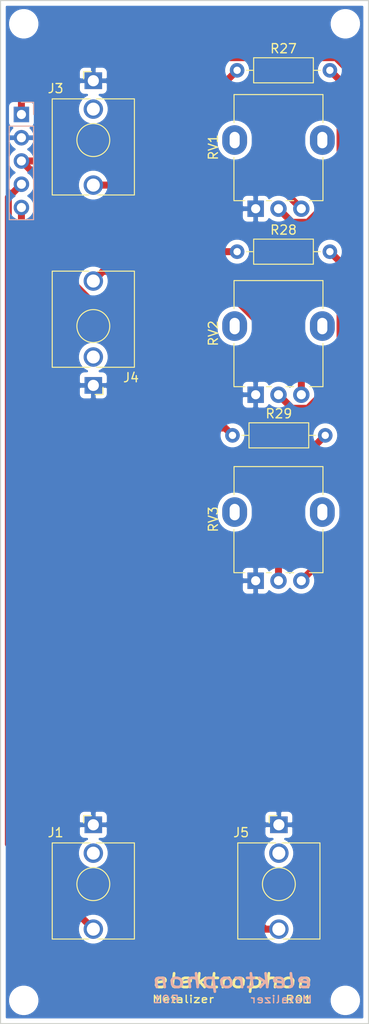
<source format=kicad_pcb>
(kicad_pcb (version 20171130) (host pcbnew 5.1.5-52549c5~84~ubuntu19.04.1)

  (general
    (thickness 1.6)
    (drawings 4)
    (tracks 39)
    (zones 0)
    (modules 16)
    (nets 15)
  )

  (page A4)
  (title_block
    (title Metalizer)
    (date 2020-02-15)
    (rev R01)
    (comment 1 "PCB for mount circuit")
    (comment 2 "Original design by Yves Usson")
    (comment 4 "License CC BY 4.0 - Attribution 4.0 International")
  )

  (layers
    (0 F.Cu signal)
    (31 B.Cu signal)
    (32 B.Adhes user)
    (33 F.Adhes user)
    (34 B.Paste user)
    (35 F.Paste user)
    (36 B.SilkS user)
    (37 F.SilkS user)
    (38 B.Mask user)
    (39 F.Mask user)
    (40 Dwgs.User user)
    (41 Cmts.User user)
    (42 Eco1.User user)
    (43 Eco2.User user)
    (44 Edge.Cuts user)
    (45 Margin user)
    (46 B.CrtYd user)
    (47 F.CrtYd user)
    (48 B.Fab user)
    (49 F.Fab user)
  )

  (setup
    (last_trace_width 0.25)
    (user_trace_width 0.381)
    (user_trace_width 0.762)
    (trace_clearance 0.2)
    (zone_clearance 0.508)
    (zone_45_only no)
    (trace_min 0.2)
    (via_size 0.8)
    (via_drill 0.4)
    (via_min_size 0.4)
    (via_min_drill 0.3)
    (uvia_size 0.3)
    (uvia_drill 0.1)
    (uvias_allowed no)
    (uvia_min_size 0.2)
    (uvia_min_drill 0.1)
    (edge_width 0.05)
    (segment_width 0.2)
    (pcb_text_width 0.3)
    (pcb_text_size 1.5 1.5)
    (mod_edge_width 0.12)
    (mod_text_size 1 1)
    (mod_text_width 0.15)
    (pad_size 1.524 1.524)
    (pad_drill 0.762)
    (pad_to_mask_clearance 0.051)
    (solder_mask_min_width 0.25)
    (aux_axis_origin 0 0)
    (visible_elements FFFFFF7F)
    (pcbplotparams
      (layerselection 0x010fc_ffffffff)
      (usegerberextensions false)
      (usegerberattributes false)
      (usegerberadvancedattributes false)
      (creategerberjobfile false)
      (excludeedgelayer true)
      (linewidth 0.100000)
      (plotframeref false)
      (viasonmask false)
      (mode 1)
      (useauxorigin false)
      (hpglpennumber 1)
      (hpglpenspeed 20)
      (hpglpendiameter 15.000000)
      (psnegative false)
      (psa4output false)
      (plotreference true)
      (plotvalue true)
      (plotinvisibletext false)
      (padsonsilk false)
      (subtractmaskfromsilk false)
      (outputformat 1)
      (mirror false)
      (drillshape 0)
      (scaleselection 1)
      (outputdirectory "gerbers"))
  )

  (net 0 "")
  (net 1 GND)
  (net 2 "Net-(J3-PadT)")
  (net 3 "Net-(J4-PadT)")
  (net 4 /CV)
  (net 5 "Net-(R27-Pad2)")
  (net 6 "Net-(R28-Pad2)")
  (net 7 "Net-(R29-Pad2)")
  (net 8 /IN)
  (net 9 /OUT)
  (net 10 +15V)
  (net 11 "Net-(J1-PadTN)")
  (net 12 "Net-(J3-PadTN)")
  (net 13 "Net-(J4-PadTN)")
  (net 14 "Net-(J5-PadTN)")

  (net_class Default "This is the default net class."
    (clearance 0.2)
    (trace_width 0.25)
    (via_dia 0.8)
    (via_drill 0.4)
    (uvia_dia 0.3)
    (uvia_drill 0.1)
    (add_net +15V)
    (add_net /CV)
    (add_net /IN)
    (add_net /OUT)
    (add_net GND)
    (add_net "Net-(J1-PadTN)")
    (add_net "Net-(J3-PadT)")
    (add_net "Net-(J3-PadTN)")
    (add_net "Net-(J4-PadT)")
    (add_net "Net-(J4-PadTN)")
    (add_net "Net-(J5-PadTN)")
    (add_net "Net-(R27-Pad2)")
    (add_net "Net-(R28-Pad2)")
    (add_net "Net-(R29-Pad2)")
  )

  (module MountingHole:MountingHole_2.2mm_M2 (layer F.Cu) (tedit 56D1B4CB) (tstamp 5E483B86)
    (at 53.34 160.02)
    (descr "Mounting Hole 2.2mm, no annular, M2")
    (tags "mounting hole 2.2mm no annular m2")
    (path /5E482789)
    (attr virtual)
    (fp_text reference H4 (at 0 -3.2) (layer F.SilkS) hide
      (effects (font (size 1 1) (thickness 0.15)))
    )
    (fp_text value MountingHole (at 0 3.2) (layer F.Fab) hide
      (effects (font (size 1 1) (thickness 0.15)))
    )
    (fp_circle (center 0 0) (end 2.45 0) (layer F.CrtYd) (width 0.05))
    (fp_circle (center 0 0) (end 2.2 0) (layer Cmts.User) (width 0.15))
    (fp_text user %R (at 0.3 0) (layer F.Fab) hide
      (effects (font (size 1 1) (thickness 0.15)))
    )
    (pad 1 np_thru_hole circle (at 0 0) (size 2.2 2.2) (drill 2.2) (layers *.Cu *.Mask))
  )

  (module MountingHole:MountingHole_2.2mm_M2 (layer F.Cu) (tedit 56D1B4CB) (tstamp 5E483B7E)
    (at 88.56 160.02)
    (descr "Mounting Hole 2.2mm, no annular, M2")
    (tags "mounting hole 2.2mm no annular m2")
    (path /5E482534)
    (attr virtual)
    (fp_text reference H3 (at 0 -3.2) (layer F.SilkS) hide
      (effects (font (size 1 1) (thickness 0.15)))
    )
    (fp_text value MountingHole (at 0 3.2) (layer F.Fab) hide
      (effects (font (size 1 1) (thickness 0.15)))
    )
    (fp_circle (center 0 0) (end 2.45 0) (layer F.CrtYd) (width 0.05))
    (fp_circle (center 0 0) (end 2.2 0) (layer Cmts.User) (width 0.15))
    (fp_text user %R (at 0.3 0) (layer F.Fab) hide
      (effects (font (size 1 1) (thickness 0.15)))
    )
    (pad 1 np_thru_hole circle (at 0 0) (size 2.2 2.2) (drill 2.2) (layers *.Cu *.Mask))
  )

  (module MountingHole:MountingHole_2.2mm_M2 (layer F.Cu) (tedit 56D1B4CB) (tstamp 5E483B76)
    (at 88.56 53.34)
    (descr "Mounting Hole 2.2mm, no annular, M2")
    (tags "mounting hole 2.2mm no annular m2")
    (path /5E482275)
    (attr virtual)
    (fp_text reference H2 (at 0 -3.2) (layer F.SilkS) hide
      (effects (font (size 1 1) (thickness 0.15)))
    )
    (fp_text value MountingHole (at 0 3.2) (layer F.Fab) hide
      (effects (font (size 1 1) (thickness 0.15)))
    )
    (fp_circle (center 0 0) (end 2.45 0) (layer F.CrtYd) (width 0.05))
    (fp_circle (center 0 0) (end 2.2 0) (layer Cmts.User) (width 0.15))
    (fp_text user %R (at 0.3 0) (layer F.Fab) hide
      (effects (font (size 1 1) (thickness 0.15)))
    )
    (pad 1 np_thru_hole circle (at 0 0) (size 2.2 2.2) (drill 2.2) (layers *.Cu *.Mask))
  )

  (module MountingHole:MountingHole_2.2mm_M2 (layer F.Cu) (tedit 56D1B4CB) (tstamp 5E483B6E)
    (at 53.34 53.34)
    (descr "Mounting Hole 2.2mm, no annular, M2")
    (tags "mounting hole 2.2mm no annular m2")
    (path /5E48207C)
    (attr virtual)
    (fp_text reference H1 (at 0 -3.2) (layer F.SilkS) hide
      (effects (font (size 1 1) (thickness 0.15)))
    )
    (fp_text value MountingHole (at 0 3.2) (layer F.Fab) hide
      (effects (font (size 1 1) (thickness 0.15)))
    )
    (fp_circle (center 0 0) (end 2.45 0) (layer F.CrtYd) (width 0.05))
    (fp_circle (center 0 0) (end 2.2 0) (layer Cmts.User) (width 0.15))
    (fp_text user %R (at 0.3 0) (layer F.Fab) hide
      (effects (font (size 1 1) (thickness 0.15)))
    )
    (pad 1 np_thru_hole circle (at 0 0) (size 2.2 2.2) (drill 2.2) (layers *.Cu *.Mask))
  )

  (module elektrophon:Jack_3.5mm_WQP-PJ398SM_Vertical (layer F.Cu) (tedit 5DA46BDA) (tstamp 5E3EFF44)
    (at 81.28 147.32)
    (descr "TRS 3.5mm, vertical, Thonkiconn, PCB mount, (http://www.qingpu-electronics.com/en/products/WQP-PJ398SM-362.html)")
    (tags "WQP-PJ398SM WQP-PJ301M-12 TRS 3.5mm mono vertical jack thonkiconn qingpu")
    (path /5D7D8B20)
    (fp_text reference J5 (at -4.13 -5.63) (layer F.SilkS)
      (effects (font (size 1 1) (thickness 0.15)))
    )
    (fp_text value OUT (at 0 -1.48) (layer F.Fab)
      (effects (font (size 1 1) (thickness 0.15)))
    )
    (fp_text user KEEPOUT (at 0 0 180) (layer Cmts.User)
      (effects (font (size 0.4 0.4) (thickness 0.051)))
    )
    (fp_line (start -5 6.5) (end -5 -7.9) (layer F.CrtYd) (width 0.05))
    (fp_line (start -4.5 6) (end -4.5 -4.4) (layer F.Fab) (width 0.1))
    (fp_text user %R (at 0 1.52) (layer F.Fab)
      (effects (font (size 1 1) (thickness 0.15)))
    )
    (fp_line (start -4.5 -4.5) (end -4.5 6) (layer F.SilkS) (width 0.12))
    (fp_line (start 4.5 -4.5) (end 4.5 6) (layer F.SilkS) (width 0.12))
    (fp_circle (center 0 0) (end 1.5 0) (layer Dwgs.User) (width 0.12))
    (fp_line (start 0.09 1.48) (end 1.48 0.09) (layer Dwgs.User) (width 0.12))
    (fp_line (start -0.58 1.35) (end 1.36 -0.59) (layer Dwgs.User) (width 0.12))
    (fp_line (start -1.07 1.01) (end 1.01 -1.07) (layer Dwgs.User) (width 0.12))
    (fp_line (start -1.42 0.395) (end 0.4 -1.42) (layer Dwgs.User) (width 0.12))
    (fp_line (start -1.41 -0.46) (end -0.46 -1.41) (layer Dwgs.User) (width 0.12))
    (fp_line (start 4.5 6) (end 0.5 6) (layer F.SilkS) (width 0.12))
    (fp_line (start -0.5 6) (end -4.5 6) (layer F.SilkS) (width 0.12))
    (fp_line (start 4.5 -4.5) (end 0.35 -4.5) (layer F.SilkS) (width 0.12))
    (fp_line (start -0.35 -4.5) (end -4.5 -4.5) (layer F.SilkS) (width 0.12))
    (fp_circle (center 0 0) (end 1.8 0) (layer F.SilkS) (width 0.12))
    (fp_line (start -1.06 -7.48) (end -1.06 -6.68) (layer F.SilkS) (width 0.12))
    (fp_line (start -1.06 -7.48) (end -0.2 -7.48) (layer F.SilkS) (width 0.12))
    (fp_line (start 4.5 6) (end 4.5 -4.4) (layer F.Fab) (width 0.1))
    (fp_line (start 4.5 6) (end -4.5 6) (layer F.Fab) (width 0.1))
    (fp_line (start 5 6.5) (end 5 -7.9) (layer F.CrtYd) (width 0.05))
    (fp_line (start 5 6.5) (end -5 6.5) (layer F.CrtYd) (width 0.05))
    (fp_line (start 5 -7.9) (end -5 -7.9) (layer F.CrtYd) (width 0.05))
    (fp_line (start 4.5 -4.45) (end -4.5 -4.45) (layer F.Fab) (width 0.1))
    (fp_circle (center 0 0) (end 1.8 0) (layer F.Fab) (width 0.1))
    (fp_line (start 0 -6.48) (end 0 -4.45) (layer F.Fab) (width 0.1))
    (pad TN thru_hole circle (at 0 -3.38 180) (size 2.13 2.13) (drill 1.42) (layers *.Cu *.Mask)
      (net 14 "Net-(J5-PadTN)"))
    (pad S thru_hole rect (at 0 -6.48 180) (size 1.93 1.83) (drill 1.22) (layers *.Cu *.Mask)
      (net 1 GND))
    (pad T thru_hole circle (at 0 4.92 180) (size 2.13 2.13) (drill 1.43) (layers *.Cu *.Mask)
      (net 9 /OUT))
    (model ${KISYS3DMOD}/Connector_Audio.3dshapes/Jack_3.5mm_QingPu_WQP-PJ398SM_Vertical.wrl
      (at (xyz 0 0 0))
      (scale (xyz 1 1 1))
      (rotate (xyz 0 0 0))
    )
    (model "${KIPRJMOD}/../../../lib/kicad/models/PJ301M-12 Thonkiconn v0.2.stp"
      (offset (xyz 0 -1 0))
      (scale (xyz 1 1 1))
      (rotate (xyz 0 0 180))
    )
  )

  (module elektrophon:Jack_3.5mm_WQP-PJ398SM_Vertical (layer F.Cu) (tedit 5DA46BDA) (tstamp 5E40196E)
    (at 60.96 86.36 180)
    (descr "TRS 3.5mm, vertical, Thonkiconn, PCB mount, (http://www.qingpu-electronics.com/en/products/WQP-PJ398SM-362.html)")
    (tags "WQP-PJ398SM WQP-PJ301M-12 TRS 3.5mm mono vertical jack thonkiconn qingpu")
    (path /5E53DFDA)
    (fp_text reference J4 (at -4.13 -5.63) (layer F.SilkS)
      (effects (font (size 1 1) (thickness 0.15)))
    )
    (fp_text value CV2 (at 0 -1.48) (layer F.Fab)
      (effects (font (size 1 1) (thickness 0.15)))
    )
    (fp_text user KEEPOUT (at 0 0 180) (layer Cmts.User)
      (effects (font (size 0.4 0.4) (thickness 0.051)))
    )
    (fp_line (start -5 6.5) (end -5 -7.9) (layer F.CrtYd) (width 0.05))
    (fp_line (start -4.5 6) (end -4.5 -4.4) (layer F.Fab) (width 0.1))
    (fp_text user %R (at 0 1.52) (layer F.Fab)
      (effects (font (size 1 1) (thickness 0.15)))
    )
    (fp_line (start -4.5 -4.5) (end -4.5 6) (layer F.SilkS) (width 0.12))
    (fp_line (start 4.5 -4.5) (end 4.5 6) (layer F.SilkS) (width 0.12))
    (fp_circle (center 0 0) (end 1.5 0) (layer Dwgs.User) (width 0.12))
    (fp_line (start 0.09 1.48) (end 1.48 0.09) (layer Dwgs.User) (width 0.12))
    (fp_line (start -0.58 1.35) (end 1.36 -0.59) (layer Dwgs.User) (width 0.12))
    (fp_line (start -1.07 1.01) (end 1.01 -1.07) (layer Dwgs.User) (width 0.12))
    (fp_line (start -1.42 0.395) (end 0.4 -1.42) (layer Dwgs.User) (width 0.12))
    (fp_line (start -1.41 -0.46) (end -0.46 -1.41) (layer Dwgs.User) (width 0.12))
    (fp_line (start 4.5 6) (end 0.5 6) (layer F.SilkS) (width 0.12))
    (fp_line (start -0.5 6) (end -4.5 6) (layer F.SilkS) (width 0.12))
    (fp_line (start 4.5 -4.5) (end 0.35 -4.5) (layer F.SilkS) (width 0.12))
    (fp_line (start -0.35 -4.5) (end -4.5 -4.5) (layer F.SilkS) (width 0.12))
    (fp_circle (center 0 0) (end 1.8 0) (layer F.SilkS) (width 0.12))
    (fp_line (start -1.06 -7.48) (end -1.06 -6.68) (layer F.SilkS) (width 0.12))
    (fp_line (start -1.06 -7.48) (end -0.2 -7.48) (layer F.SilkS) (width 0.12))
    (fp_line (start 4.5 6) (end 4.5 -4.4) (layer F.Fab) (width 0.1))
    (fp_line (start 4.5 6) (end -4.5 6) (layer F.Fab) (width 0.1))
    (fp_line (start 5 6.5) (end 5 -7.9) (layer F.CrtYd) (width 0.05))
    (fp_line (start 5 6.5) (end -5 6.5) (layer F.CrtYd) (width 0.05))
    (fp_line (start 5 -7.9) (end -5 -7.9) (layer F.CrtYd) (width 0.05))
    (fp_line (start 4.5 -4.45) (end -4.5 -4.45) (layer F.Fab) (width 0.1))
    (fp_circle (center 0 0) (end 1.8 0) (layer F.Fab) (width 0.1))
    (fp_line (start 0 -6.48) (end 0 -4.45) (layer F.Fab) (width 0.1))
    (pad TN thru_hole circle (at 0 -3.38) (size 2.13 2.13) (drill 1.42) (layers *.Cu *.Mask)
      (net 13 "Net-(J4-PadTN)"))
    (pad S thru_hole rect (at 0 -6.48) (size 1.93 1.83) (drill 1.22) (layers *.Cu *.Mask)
      (net 1 GND))
    (pad T thru_hole circle (at 0 4.92) (size 2.13 2.13) (drill 1.43) (layers *.Cu *.Mask)
      (net 3 "Net-(J4-PadT)"))
    (model ${KISYS3DMOD}/Connector_Audio.3dshapes/Jack_3.5mm_QingPu_WQP-PJ398SM_Vertical.wrl
      (at (xyz 0 0 0))
      (scale (xyz 1 1 1))
      (rotate (xyz 0 0 0))
    )
    (model "${KIPRJMOD}/../../../lib/kicad/models/PJ301M-12 Thonkiconn v0.2.stp"
      (offset (xyz 0 -1 0))
      (scale (xyz 1 1 1))
      (rotate (xyz 0 0 180))
    )
  )

  (module elektrophon:Jack_3.5mm_WQP-PJ398SM_Vertical (layer F.Cu) (tedit 5DA46BDA) (tstamp 5E3EFED8)
    (at 60.96 66.04)
    (descr "TRS 3.5mm, vertical, Thonkiconn, PCB mount, (http://www.qingpu-electronics.com/en/products/WQP-PJ398SM-362.html)")
    (tags "WQP-PJ398SM WQP-PJ301M-12 TRS 3.5mm mono vertical jack thonkiconn qingpu")
    (path /5D79879E)
    (fp_text reference J3 (at -4.13 -5.63) (layer F.SilkS)
      (effects (font (size 1 1) (thickness 0.15)))
    )
    (fp_text value CV1 (at 0 -1.48) (layer F.Fab)
      (effects (font (size 1 1) (thickness 0.15)))
    )
    (fp_text user KEEPOUT (at 0 0 180) (layer Cmts.User)
      (effects (font (size 0.4 0.4) (thickness 0.051)))
    )
    (fp_line (start -5 6.5) (end -5 -7.9) (layer F.CrtYd) (width 0.05))
    (fp_line (start -4.5 6) (end -4.5 -4.4) (layer F.Fab) (width 0.1))
    (fp_text user %R (at 0 1.52) (layer F.Fab)
      (effects (font (size 1 1) (thickness 0.15)))
    )
    (fp_line (start -4.5 -4.5) (end -4.5 6) (layer F.SilkS) (width 0.12))
    (fp_line (start 4.5 -4.5) (end 4.5 6) (layer F.SilkS) (width 0.12))
    (fp_circle (center 0 0) (end 1.5 0) (layer Dwgs.User) (width 0.12))
    (fp_line (start 0.09 1.48) (end 1.48 0.09) (layer Dwgs.User) (width 0.12))
    (fp_line (start -0.58 1.35) (end 1.36 -0.59) (layer Dwgs.User) (width 0.12))
    (fp_line (start -1.07 1.01) (end 1.01 -1.07) (layer Dwgs.User) (width 0.12))
    (fp_line (start -1.42 0.395) (end 0.4 -1.42) (layer Dwgs.User) (width 0.12))
    (fp_line (start -1.41 -0.46) (end -0.46 -1.41) (layer Dwgs.User) (width 0.12))
    (fp_line (start 4.5 6) (end 0.5 6) (layer F.SilkS) (width 0.12))
    (fp_line (start -0.5 6) (end -4.5 6) (layer F.SilkS) (width 0.12))
    (fp_line (start 4.5 -4.5) (end 0.35 -4.5) (layer F.SilkS) (width 0.12))
    (fp_line (start -0.35 -4.5) (end -4.5 -4.5) (layer F.SilkS) (width 0.12))
    (fp_circle (center 0 0) (end 1.8 0) (layer F.SilkS) (width 0.12))
    (fp_line (start -1.06 -7.48) (end -1.06 -6.68) (layer F.SilkS) (width 0.12))
    (fp_line (start -1.06 -7.48) (end -0.2 -7.48) (layer F.SilkS) (width 0.12))
    (fp_line (start 4.5 6) (end 4.5 -4.4) (layer F.Fab) (width 0.1))
    (fp_line (start 4.5 6) (end -4.5 6) (layer F.Fab) (width 0.1))
    (fp_line (start 5 6.5) (end 5 -7.9) (layer F.CrtYd) (width 0.05))
    (fp_line (start 5 6.5) (end -5 6.5) (layer F.CrtYd) (width 0.05))
    (fp_line (start 5 -7.9) (end -5 -7.9) (layer F.CrtYd) (width 0.05))
    (fp_line (start 4.5 -4.45) (end -4.5 -4.45) (layer F.Fab) (width 0.1))
    (fp_circle (center 0 0) (end 1.8 0) (layer F.Fab) (width 0.1))
    (fp_line (start 0 -6.48) (end 0 -4.45) (layer F.Fab) (width 0.1))
    (pad TN thru_hole circle (at 0 -3.38 180) (size 2.13 2.13) (drill 1.42) (layers *.Cu *.Mask)
      (net 12 "Net-(J3-PadTN)"))
    (pad S thru_hole rect (at 0 -6.48 180) (size 1.93 1.83) (drill 1.22) (layers *.Cu *.Mask)
      (net 1 GND))
    (pad T thru_hole circle (at 0 4.92 180) (size 2.13 2.13) (drill 1.43) (layers *.Cu *.Mask)
      (net 2 "Net-(J3-PadT)"))
    (model ${KISYS3DMOD}/Connector_Audio.3dshapes/Jack_3.5mm_QingPu_WQP-PJ398SM_Vertical.wrl
      (at (xyz 0 0 0))
      (scale (xyz 1 1 1))
      (rotate (xyz 0 0 0))
    )
    (model "${KIPRJMOD}/../../../lib/kicad/models/PJ301M-12 Thonkiconn v0.2.stp"
      (offset (xyz 0 -1 0))
      (scale (xyz 1 1 1))
      (rotate (xyz 0 0 180))
    )
  )

  (module elektrophon:Jack_3.5mm_WQP-PJ398SM_Vertical (layer F.Cu) (tedit 5DA46BDA) (tstamp 5E3EFEFA)
    (at 60.96 147.32)
    (descr "TRS 3.5mm, vertical, Thonkiconn, PCB mount, (http://www.qingpu-electronics.com/en/products/WQP-PJ398SM-362.html)")
    (tags "WQP-PJ398SM WQP-PJ301M-12 TRS 3.5mm mono vertical jack thonkiconn qingpu")
    (path /5D78B0A3)
    (fp_text reference J1 (at -4.13 -5.63) (layer F.SilkS)
      (effects (font (size 1 1) (thickness 0.15)))
    )
    (fp_text value INPUT (at 0 -1.48) (layer F.Fab)
      (effects (font (size 1 1) (thickness 0.15)))
    )
    (fp_text user KEEPOUT (at 0 0 180) (layer Cmts.User)
      (effects (font (size 0.4 0.4) (thickness 0.051)))
    )
    (fp_line (start -5 6.5) (end -5 -7.9) (layer F.CrtYd) (width 0.05))
    (fp_line (start -4.5 6) (end -4.5 -4.4) (layer F.Fab) (width 0.1))
    (fp_text user %R (at 0 1.52) (layer F.Fab)
      (effects (font (size 1 1) (thickness 0.15)))
    )
    (fp_line (start -4.5 -4.5) (end -4.5 6) (layer F.SilkS) (width 0.12))
    (fp_line (start 4.5 -4.5) (end 4.5 6) (layer F.SilkS) (width 0.12))
    (fp_circle (center 0 0) (end 1.5 0) (layer Dwgs.User) (width 0.12))
    (fp_line (start 0.09 1.48) (end 1.48 0.09) (layer Dwgs.User) (width 0.12))
    (fp_line (start -0.58 1.35) (end 1.36 -0.59) (layer Dwgs.User) (width 0.12))
    (fp_line (start -1.07 1.01) (end 1.01 -1.07) (layer Dwgs.User) (width 0.12))
    (fp_line (start -1.42 0.395) (end 0.4 -1.42) (layer Dwgs.User) (width 0.12))
    (fp_line (start -1.41 -0.46) (end -0.46 -1.41) (layer Dwgs.User) (width 0.12))
    (fp_line (start 4.5 6) (end 0.5 6) (layer F.SilkS) (width 0.12))
    (fp_line (start -0.5 6) (end -4.5 6) (layer F.SilkS) (width 0.12))
    (fp_line (start 4.5 -4.5) (end 0.35 -4.5) (layer F.SilkS) (width 0.12))
    (fp_line (start -0.35 -4.5) (end -4.5 -4.5) (layer F.SilkS) (width 0.12))
    (fp_circle (center 0 0) (end 1.8 0) (layer F.SilkS) (width 0.12))
    (fp_line (start -1.06 -7.48) (end -1.06 -6.68) (layer F.SilkS) (width 0.12))
    (fp_line (start -1.06 -7.48) (end -0.2 -7.48) (layer F.SilkS) (width 0.12))
    (fp_line (start 4.5 6) (end 4.5 -4.4) (layer F.Fab) (width 0.1))
    (fp_line (start 4.5 6) (end -4.5 6) (layer F.Fab) (width 0.1))
    (fp_line (start 5 6.5) (end 5 -7.9) (layer F.CrtYd) (width 0.05))
    (fp_line (start 5 6.5) (end -5 6.5) (layer F.CrtYd) (width 0.05))
    (fp_line (start 5 -7.9) (end -5 -7.9) (layer F.CrtYd) (width 0.05))
    (fp_line (start 4.5 -4.45) (end -4.5 -4.45) (layer F.Fab) (width 0.1))
    (fp_circle (center 0 0) (end 1.8 0) (layer F.Fab) (width 0.1))
    (fp_line (start 0 -6.48) (end 0 -4.45) (layer F.Fab) (width 0.1))
    (pad TN thru_hole circle (at 0 -3.38 180) (size 2.13 2.13) (drill 1.42) (layers *.Cu *.Mask)
      (net 11 "Net-(J1-PadTN)"))
    (pad S thru_hole rect (at 0 -6.48 180) (size 1.93 1.83) (drill 1.22) (layers *.Cu *.Mask)
      (net 1 GND))
    (pad T thru_hole circle (at 0 4.92 180) (size 2.13 2.13) (drill 1.43) (layers *.Cu *.Mask)
      (net 8 /IN))
    (model ${KISYS3DMOD}/Connector_Audio.3dshapes/Jack_3.5mm_QingPu_WQP-PJ398SM_Vertical.wrl
      (at (xyz 0 0 0))
      (scale (xyz 1 1 1))
      (rotate (xyz 0 0 0))
    )
    (model "${KIPRJMOD}/../../../lib/kicad/models/PJ301M-12 Thonkiconn v0.2.stp"
      (offset (xyz 0 -1 0))
      (scale (xyz 1 1 1))
      (rotate (xyz 0 0 180))
    )
  )

  (module "elektrophon:elektrophon logo" locked (layer F.Cu) (tedit 5D74BFC6) (tstamp 5E47DEF2)
    (at 76.2 158.9)
    (fp_text reference REF** (at 0 3.556) (layer F.SilkS) hide
      (effects (font (size 1 1) (thickness 0.15)))
    )
    (fp_text value "elektrophon logo" (at 0 -3.048) (layer F.Fab) hide
      (effects (font (size 1 1) (thickness 0.15)))
    )
    (fp_text user Metalizer (at 8.84 1.02) (layer B.SilkS)
      (effects (font (size 0.8 1) (thickness 0.15)) (justify left mirror))
    )
    (fp_text user R01 (at -8.83 1) (layer B.SilkS)
      (effects (font (size 0.8 1) (thickness 0.15)) (justify right mirror))
    )
    (fp_text user elektrophon (at 0 -1.016) (layer B.SilkS)
      (effects (font (size 1.5 2) (thickness 0.3) italic) (justify mirror))
    )
    (fp_text user R01 (at 8.8 1.02) (layer F.SilkS)
      (effects (font (size 0.8 1) (thickness 0.15)) (justify right))
    )
    (fp_text user Metalizer (at -8.88 1) (layer F.SilkS)
      (effects (font (size 0.8 1) (thickness 0.15)) (justify left))
    )
    (fp_text user elektrophon (at 0 -1.016) (layer F.SilkS)
      (effects (font (size 1.5 2) (thickness 0.3) italic))
    )
  )

  (module Connector_PinHeader_2.54mm:PinHeader_1x05_P2.54mm_Vertical (layer B.Cu) (tedit 59FED5CC) (tstamp 5E47D85D)
    (at 53.086 63.246 180)
    (descr "Through hole straight pin header, 1x05, 2.54mm pitch, single row")
    (tags "Through hole pin header THT 1x05 2.54mm single row")
    (path /5E47EADE)
    (fp_text reference J2 (at 0 2.33) (layer B.SilkS) hide
      (effects (font (size 1 1) (thickness 0.15)) (justify mirror))
    )
    (fp_text value Conn_01x05_Male (at 0 -12.49) (layer B.Fab) hide
      (effects (font (size 1 1) (thickness 0.15)) (justify mirror))
    )
    (fp_text user %R (at 0 -5.08 270) (layer B.Fab) hide
      (effects (font (size 1 1) (thickness 0.15)) (justify mirror))
    )
    (fp_line (start 1.8 1.8) (end -1.8 1.8) (layer B.CrtYd) (width 0.05))
    (fp_line (start 1.8 -11.95) (end 1.8 1.8) (layer B.CrtYd) (width 0.05))
    (fp_line (start -1.8 -11.95) (end 1.8 -11.95) (layer B.CrtYd) (width 0.05))
    (fp_line (start -1.8 1.8) (end -1.8 -11.95) (layer B.CrtYd) (width 0.05))
    (fp_line (start -1.33 1.33) (end 0 1.33) (layer B.SilkS) (width 0.12))
    (fp_line (start -1.33 0) (end -1.33 1.33) (layer B.SilkS) (width 0.12))
    (fp_line (start -1.33 -1.27) (end 1.33 -1.27) (layer B.SilkS) (width 0.12))
    (fp_line (start 1.33 -1.27) (end 1.33 -11.49) (layer B.SilkS) (width 0.12))
    (fp_line (start -1.33 -1.27) (end -1.33 -11.49) (layer B.SilkS) (width 0.12))
    (fp_line (start -1.33 -11.49) (end 1.33 -11.49) (layer B.SilkS) (width 0.12))
    (fp_line (start -1.27 0.635) (end -0.635 1.27) (layer B.Fab) (width 0.1))
    (fp_line (start -1.27 -11.43) (end -1.27 0.635) (layer B.Fab) (width 0.1))
    (fp_line (start 1.27 -11.43) (end -1.27 -11.43) (layer B.Fab) (width 0.1))
    (fp_line (start 1.27 1.27) (end 1.27 -11.43) (layer B.Fab) (width 0.1))
    (fp_line (start -0.635 1.27) (end 1.27 1.27) (layer B.Fab) (width 0.1))
    (pad 5 thru_hole oval (at 0 -10.16 180) (size 1.7 1.7) (drill 1) (layers *.Cu *.Mask)
      (net 9 /OUT))
    (pad 4 thru_hole oval (at 0 -7.62 180) (size 1.7 1.7) (drill 1) (layers *.Cu *.Mask)
      (net 8 /IN))
    (pad 3 thru_hole oval (at 0 -5.08 180) (size 1.7 1.7) (drill 1) (layers *.Cu *.Mask)
      (net 4 /CV))
    (pad 2 thru_hole oval (at 0 -2.54 180) (size 1.7 1.7) (drill 1) (layers *.Cu *.Mask)
      (net 1 GND))
    (pad 1 thru_hole rect (at 0 0 180) (size 1.7 1.7) (drill 1) (layers *.Cu *.Mask)
      (net 10 +15V))
    (model ${KISYS3DMOD}/Connector_PinHeader_2.54mm.3dshapes/PinHeader_1x05_P2.54mm_Vertical.wrl
      (at (xyz 0 0 0))
      (scale (xyz 1 1 1))
      (rotate (xyz 0 0 0))
    )
  )

  (module elektrophon:Potentiometer_Alpha_RD901F-40-00D_Single_Vertical (layer F.Cu) (tedit 5DA46BB9) (tstamp 5E401399)
    (at 81.28 106.68 90)
    (descr "Potentiometer, vertical, 9mm, single, http://www.taiwanalpha.com.tw/downloads?target=products&id=113")
    (tags "potentiometer vertical 9mm single")
    (path /5E3FF095)
    (fp_text reference RV3 (at -0.79 -7.18 270) (layer F.SilkS)
      (effects (font (size 1 1) (thickness 0.15)))
    )
    (fp_text value 100k (at -7.5 7.32 270) (layer F.Fab)
      (effects (font (size 1 1) (thickness 0.15)))
    )
    (fp_line (start -6.62 1.62) (end -6.62 0.79) (layer F.SilkS) (width 0.12))
    (fp_line (start -6.62 -0.83) (end -6.62 -1.36) (layer F.SilkS) (width 0.12))
    (fp_line (start -6.62 -3.73) (end -6.62 -4.91) (layer F.SilkS) (width 0.12))
    (fp_line (start -6.62 4.83) (end -1.9 4.83) (layer F.SilkS) (width 0.12))
    (fp_line (start 1.91 -4.91) (end 4.97 -4.91) (layer F.SilkS) (width 0.12))
    (fp_line (start -6.5 4.71) (end 4.85 4.71) (layer F.Fab) (width 0.1))
    (fp_line (start -6.5 -4.79) (end 4.85 -4.79) (layer F.Fab) (width 0.1))
    (fp_line (start 4.85 4.71) (end 4.85 -4.79) (layer F.Fab) (width 0.1))
    (fp_line (start -6.5 4.71) (end -6.5 -4.79) (layer F.Fab) (width 0.1))
    (fp_circle (center 0 -0.04) (end 0 -3.54) (layer F.Fab) (width 0.1))
    (fp_line (start -6.62 -4.92) (end -1.9 -4.92) (layer F.SilkS) (width 0.12))
    (fp_line (start 1.91 4.83) (end 4.97 4.83) (layer F.SilkS) (width 0.12))
    (fp_line (start -6.62 4.83) (end -6.62 3.34) (layer F.SilkS) (width 0.12))
    (fp_line (start 4.97 4.83) (end 4.97 -4.91) (layer F.SilkS) (width 0.12))
    (fp_line (start 5.1 6.37) (end 5.1 -6.45) (layer F.CrtYd) (width 0.05))
    (fp_line (start 5.1 -6.45) (end -8.65 -6.45) (layer F.CrtYd) (width 0.05))
    (fp_line (start -8.65 -6.45) (end -8.65 6.37) (layer F.CrtYd) (width 0.05))
    (fp_line (start -8.65 6.37) (end 5.1 6.37) (layer F.CrtYd) (width 0.05))
    (fp_text user %R (at 0.12 0 90) (layer F.Fab)
      (effects (font (size 1 1) (thickness 0.15)))
    )
    (pad "" thru_hole oval (at 0 -4.84 180) (size 2.72 3.24) (drill oval 1.1 1.8) (layers *.Cu *.Mask))
    (pad "" thru_hole oval (at 0 4.76 180) (size 2.72 3.24) (drill oval 1.1 1.8) (layers *.Cu *.Mask))
    (pad 3 thru_hole circle (at -7.5 2.46 180) (size 1.8 1.8) (drill 1) (layers *.Cu *.Mask)
      (net 10 +15V))
    (pad 2 thru_hole circle (at -7.5 -0.04 180) (size 1.8 1.8) (drill 1) (layers *.Cu *.Mask)
      (net 7 "Net-(R29-Pad2)"))
    (pad 1 thru_hole rect (at -7.5 -2.54 180) (size 1.8 1.8) (drill 1) (layers *.Cu *.Mask)
      (net 1 GND))
    (model ${KISYS3DMOD}/Potentiometer_THT.3dshapes/Potentiometer_Alpha_RD901F-40-00D_Single_Vertical.wrl
      (at (xyz 0 0 0))
      (scale (xyz 1 1 1))
      (rotate (xyz 0 0 0))
    )
    (model ${KIPRJMOD}/../../../lib/kicad/models/ALPHA-RD901F-40.step
      (at (xyz 0 0 0))
      (scale (xyz 1 1 1))
      (rotate (xyz 0 0 90))
    )
  )

  (module elektrophon:Potentiometer_Alpha_RD901F-40-00D_Single_Vertical (layer F.Cu) (tedit 5DA46BB9) (tstamp 5E401E7F)
    (at 81.28 86.36 90)
    (descr "Potentiometer, vertical, 9mm, single, http://www.taiwanalpha.com.tw/downloads?target=products&id=113")
    (tags "potentiometer vertical 9mm single")
    (path /5E53DFE8)
    (fp_text reference RV2 (at -0.79 -7.18 90) (layer F.SilkS)
      (effects (font (size 1 1) (thickness 0.15)))
    )
    (fp_text value 100k (at -7.5 7.32 90) (layer F.Fab)
      (effects (font (size 1 1) (thickness 0.15)))
    )
    (fp_line (start -6.62 1.62) (end -6.62 0.79) (layer F.SilkS) (width 0.12))
    (fp_line (start -6.62 -0.83) (end -6.62 -1.36) (layer F.SilkS) (width 0.12))
    (fp_line (start -6.62 -3.73) (end -6.62 -4.91) (layer F.SilkS) (width 0.12))
    (fp_line (start -6.62 4.83) (end -1.9 4.83) (layer F.SilkS) (width 0.12))
    (fp_line (start 1.91 -4.91) (end 4.97 -4.91) (layer F.SilkS) (width 0.12))
    (fp_line (start -6.5 4.71) (end 4.85 4.71) (layer F.Fab) (width 0.1))
    (fp_line (start -6.5 -4.79) (end 4.85 -4.79) (layer F.Fab) (width 0.1))
    (fp_line (start 4.85 4.71) (end 4.85 -4.79) (layer F.Fab) (width 0.1))
    (fp_line (start -6.5 4.71) (end -6.5 -4.79) (layer F.Fab) (width 0.1))
    (fp_circle (center 0 -0.04) (end 0 -3.54) (layer F.Fab) (width 0.1))
    (fp_line (start -6.62 -4.92) (end -1.9 -4.92) (layer F.SilkS) (width 0.12))
    (fp_line (start 1.91 4.83) (end 4.97 4.83) (layer F.SilkS) (width 0.12))
    (fp_line (start -6.62 4.83) (end -6.62 3.34) (layer F.SilkS) (width 0.12))
    (fp_line (start 4.97 4.83) (end 4.97 -4.91) (layer F.SilkS) (width 0.12))
    (fp_line (start 5.1 6.37) (end 5.1 -6.45) (layer F.CrtYd) (width 0.05))
    (fp_line (start 5.1 -6.45) (end -8.65 -6.45) (layer F.CrtYd) (width 0.05))
    (fp_line (start -8.65 -6.45) (end -8.65 6.37) (layer F.CrtYd) (width 0.05))
    (fp_line (start -8.65 6.37) (end 5.1 6.37) (layer F.CrtYd) (width 0.05))
    (fp_text user %R (at 0.12 0 270) (layer F.Fab)
      (effects (font (size 1 1) (thickness 0.15)))
    )
    (pad "" thru_hole oval (at 0 -4.84 180) (size 2.72 3.24) (drill oval 1.1 1.8) (layers *.Cu *.Mask))
    (pad "" thru_hole oval (at 0 4.76 180) (size 2.72 3.24) (drill oval 1.1 1.8) (layers *.Cu *.Mask))
    (pad 3 thru_hole circle (at -7.5 2.46 180) (size 1.8 1.8) (drill 1) (layers *.Cu *.Mask)
      (net 3 "Net-(J4-PadT)"))
    (pad 2 thru_hole circle (at -7.5 -0.04 180) (size 1.8 1.8) (drill 1) (layers *.Cu *.Mask)
      (net 6 "Net-(R28-Pad2)"))
    (pad 1 thru_hole rect (at -7.5 -2.54 180) (size 1.8 1.8) (drill 1) (layers *.Cu *.Mask)
      (net 1 GND))
    (model ${KISYS3DMOD}/Potentiometer_THT.3dshapes/Potentiometer_Alpha_RD901F-40-00D_Single_Vertical.wrl
      (at (xyz 0 0 0))
      (scale (xyz 1 1 1))
      (rotate (xyz 0 0 0))
    )
    (model ${KIPRJMOD}/../../../lib/kicad/models/ALPHA-RD901F-40.step
      (at (xyz 0 0 0))
      (scale (xyz 1 1 1))
      (rotate (xyz 0 0 90))
    )
  )

  (module Resistor_THT:R_Axial_DIN0207_L6.3mm_D2.5mm_P10.16mm_Horizontal (layer F.Cu) (tedit 5AE5139B) (tstamp 5E401D02)
    (at 76.2 98.298)
    (descr "Resistor, Axial_DIN0207 series, Axial, Horizontal, pin pitch=10.16mm, 0.25W = 1/4W, length*diameter=6.3*2.5mm^2, http://cdn-reichelt.de/documents/datenblatt/B400/1_4W%23YAG.pdf")
    (tags "Resistor Axial_DIN0207 series Axial Horizontal pin pitch 10.16mm 0.25W = 1/4W length 6.3mm diameter 2.5mm")
    (path /5E554348)
    (fp_text reference R29 (at 5.08 -2.37) (layer F.SilkS)
      (effects (font (size 1 1) (thickness 0.15)))
    )
    (fp_text value 270k (at 5.08 2.37) (layer F.Fab)
      (effects (font (size 1 1) (thickness 0.15)))
    )
    (fp_text user %R (at 5.08 0) (layer F.Fab)
      (effects (font (size 1 1) (thickness 0.15)))
    )
    (fp_line (start 11.21 -1.5) (end -1.05 -1.5) (layer F.CrtYd) (width 0.05))
    (fp_line (start 11.21 1.5) (end 11.21 -1.5) (layer F.CrtYd) (width 0.05))
    (fp_line (start -1.05 1.5) (end 11.21 1.5) (layer F.CrtYd) (width 0.05))
    (fp_line (start -1.05 -1.5) (end -1.05 1.5) (layer F.CrtYd) (width 0.05))
    (fp_line (start 9.12 0) (end 8.35 0) (layer F.SilkS) (width 0.12))
    (fp_line (start 1.04 0) (end 1.81 0) (layer F.SilkS) (width 0.12))
    (fp_line (start 8.35 -1.37) (end 1.81 -1.37) (layer F.SilkS) (width 0.12))
    (fp_line (start 8.35 1.37) (end 8.35 -1.37) (layer F.SilkS) (width 0.12))
    (fp_line (start 1.81 1.37) (end 8.35 1.37) (layer F.SilkS) (width 0.12))
    (fp_line (start 1.81 -1.37) (end 1.81 1.37) (layer F.SilkS) (width 0.12))
    (fp_line (start 10.16 0) (end 8.23 0) (layer F.Fab) (width 0.1))
    (fp_line (start 0 0) (end 1.93 0) (layer F.Fab) (width 0.1))
    (fp_line (start 8.23 -1.25) (end 1.93 -1.25) (layer F.Fab) (width 0.1))
    (fp_line (start 8.23 1.25) (end 8.23 -1.25) (layer F.Fab) (width 0.1))
    (fp_line (start 1.93 1.25) (end 8.23 1.25) (layer F.Fab) (width 0.1))
    (fp_line (start 1.93 -1.25) (end 1.93 1.25) (layer F.Fab) (width 0.1))
    (pad 2 thru_hole oval (at 10.16 0) (size 1.6 1.6) (drill 0.8) (layers *.Cu *.Mask)
      (net 7 "Net-(R29-Pad2)"))
    (pad 1 thru_hole circle (at 0 0) (size 1.6 1.6) (drill 0.8) (layers *.Cu *.Mask)
      (net 4 /CV))
    (model ${KISYS3DMOD}/Resistor_THT.3dshapes/R_Axial_DIN0207_L6.3mm_D2.5mm_P10.16mm_Horizontal.wrl
      (at (xyz 0 0 0))
      (scale (xyz 1 1 1))
      (rotate (xyz 0 0 0))
    )
  )

  (module Resistor_THT:R_Axial_DIN0207_L6.3mm_D2.5mm_P10.16mm_Horizontal (layer F.Cu) (tedit 5AE5139B) (tstamp 5E401CEB)
    (at 76.708 78.232)
    (descr "Resistor, Axial_DIN0207 series, Axial, Horizontal, pin pitch=10.16mm, 0.25W = 1/4W, length*diameter=6.3*2.5mm^2, http://cdn-reichelt.de/documents/datenblatt/B400/1_4W%23YAG.pdf")
    (tags "Resistor Axial_DIN0207 series Axial Horizontal pin pitch 10.16mm 0.25W = 1/4W length 6.3mm diameter 2.5mm")
    (path /5E554DFA)
    (fp_text reference R28 (at 5.08 -2.37) (layer F.SilkS)
      (effects (font (size 1 1) (thickness 0.15)))
    )
    (fp_text value 270k (at 5.08 2.37) (layer F.Fab)
      (effects (font (size 1 1) (thickness 0.15)))
    )
    (fp_text user %R (at 5.08 0) (layer F.Fab)
      (effects (font (size 1 1) (thickness 0.15)))
    )
    (fp_line (start 11.21 -1.5) (end -1.05 -1.5) (layer F.CrtYd) (width 0.05))
    (fp_line (start 11.21 1.5) (end 11.21 -1.5) (layer F.CrtYd) (width 0.05))
    (fp_line (start -1.05 1.5) (end 11.21 1.5) (layer F.CrtYd) (width 0.05))
    (fp_line (start -1.05 -1.5) (end -1.05 1.5) (layer F.CrtYd) (width 0.05))
    (fp_line (start 9.12 0) (end 8.35 0) (layer F.SilkS) (width 0.12))
    (fp_line (start 1.04 0) (end 1.81 0) (layer F.SilkS) (width 0.12))
    (fp_line (start 8.35 -1.37) (end 1.81 -1.37) (layer F.SilkS) (width 0.12))
    (fp_line (start 8.35 1.37) (end 8.35 -1.37) (layer F.SilkS) (width 0.12))
    (fp_line (start 1.81 1.37) (end 8.35 1.37) (layer F.SilkS) (width 0.12))
    (fp_line (start 1.81 -1.37) (end 1.81 1.37) (layer F.SilkS) (width 0.12))
    (fp_line (start 10.16 0) (end 8.23 0) (layer F.Fab) (width 0.1))
    (fp_line (start 0 0) (end 1.93 0) (layer F.Fab) (width 0.1))
    (fp_line (start 8.23 -1.25) (end 1.93 -1.25) (layer F.Fab) (width 0.1))
    (fp_line (start 8.23 1.25) (end 8.23 -1.25) (layer F.Fab) (width 0.1))
    (fp_line (start 1.93 1.25) (end 8.23 1.25) (layer F.Fab) (width 0.1))
    (fp_line (start 1.93 -1.25) (end 1.93 1.25) (layer F.Fab) (width 0.1))
    (pad 2 thru_hole oval (at 10.16 0) (size 1.6 1.6) (drill 0.8) (layers *.Cu *.Mask)
      (net 6 "Net-(R28-Pad2)"))
    (pad 1 thru_hole circle (at 0 0) (size 1.6 1.6) (drill 0.8) (layers *.Cu *.Mask)
      (net 4 /CV))
    (model ${KISYS3DMOD}/Resistor_THT.3dshapes/R_Axial_DIN0207_L6.3mm_D2.5mm_P10.16mm_Horizontal.wrl
      (at (xyz 0 0 0))
      (scale (xyz 1 1 1))
      (rotate (xyz 0 0 0))
    )
  )

  (module Resistor_THT:R_Axial_DIN0207_L6.3mm_D2.5mm_P10.16mm_Horizontal (layer F.Cu) (tedit 5AE5139B) (tstamp 5E401CD4)
    (at 76.708 58.42)
    (descr "Resistor, Axial_DIN0207 series, Axial, Horizontal, pin pitch=10.16mm, 0.25W = 1/4W, length*diameter=6.3*2.5mm^2, http://cdn-reichelt.de/documents/datenblatt/B400/1_4W%23YAG.pdf")
    (tags "Resistor Axial_DIN0207 series Axial Horizontal pin pitch 10.16mm 0.25W = 1/4W length 6.3mm diameter 2.5mm")
    (path /5E555341)
    (fp_text reference R27 (at 5.08 -2.37) (layer F.SilkS)
      (effects (font (size 1 1) (thickness 0.15)))
    )
    (fp_text value 270k (at 5.08 2.37) (layer F.Fab)
      (effects (font (size 1 1) (thickness 0.15)))
    )
    (fp_text user %R (at 5.08 0) (layer F.Fab)
      (effects (font (size 1 1) (thickness 0.15)))
    )
    (fp_line (start 11.21 -1.5) (end -1.05 -1.5) (layer F.CrtYd) (width 0.05))
    (fp_line (start 11.21 1.5) (end 11.21 -1.5) (layer F.CrtYd) (width 0.05))
    (fp_line (start -1.05 1.5) (end 11.21 1.5) (layer F.CrtYd) (width 0.05))
    (fp_line (start -1.05 -1.5) (end -1.05 1.5) (layer F.CrtYd) (width 0.05))
    (fp_line (start 9.12 0) (end 8.35 0) (layer F.SilkS) (width 0.12))
    (fp_line (start 1.04 0) (end 1.81 0) (layer F.SilkS) (width 0.12))
    (fp_line (start 8.35 -1.37) (end 1.81 -1.37) (layer F.SilkS) (width 0.12))
    (fp_line (start 8.35 1.37) (end 8.35 -1.37) (layer F.SilkS) (width 0.12))
    (fp_line (start 1.81 1.37) (end 8.35 1.37) (layer F.SilkS) (width 0.12))
    (fp_line (start 1.81 -1.37) (end 1.81 1.37) (layer F.SilkS) (width 0.12))
    (fp_line (start 10.16 0) (end 8.23 0) (layer F.Fab) (width 0.1))
    (fp_line (start 0 0) (end 1.93 0) (layer F.Fab) (width 0.1))
    (fp_line (start 8.23 -1.25) (end 1.93 -1.25) (layer F.Fab) (width 0.1))
    (fp_line (start 8.23 1.25) (end 8.23 -1.25) (layer F.Fab) (width 0.1))
    (fp_line (start 1.93 1.25) (end 8.23 1.25) (layer F.Fab) (width 0.1))
    (fp_line (start 1.93 -1.25) (end 1.93 1.25) (layer F.Fab) (width 0.1))
    (pad 2 thru_hole oval (at 10.16 0) (size 1.6 1.6) (drill 0.8) (layers *.Cu *.Mask)
      (net 5 "Net-(R27-Pad2)"))
    (pad 1 thru_hole circle (at 0 0) (size 1.6 1.6) (drill 0.8) (layers *.Cu *.Mask)
      (net 4 /CV))
    (model ${KISYS3DMOD}/Resistor_THT.3dshapes/R_Axial_DIN0207_L6.3mm_D2.5mm_P10.16mm_Horizontal.wrl
      (at (xyz 0 0 0))
      (scale (xyz 1 1 1))
      (rotate (xyz 0 0 0))
    )
  )

  (module elektrophon:Potentiometer_Alpha_RD901F-40-00D_Single_Vertical (layer F.Cu) (tedit 5DA46BB9) (tstamp 5E3F02A4)
    (at 81.28 66.04 90)
    (descr "Potentiometer, vertical, 9mm, single, http://www.taiwanalpha.com.tw/downloads?target=products&id=113")
    (tags "potentiometer vertical 9mm single")
    (path /5CA99468)
    (fp_text reference RV1 (at -0.79 -7.18 270) (layer F.SilkS)
      (effects (font (size 1 1) (thickness 0.15)))
    )
    (fp_text value 100k (at -7.5 7.32 270) (layer F.Fab)
      (effects (font (size 1 1) (thickness 0.15)))
    )
    (fp_line (start -6.62 1.62) (end -6.62 0.79) (layer F.SilkS) (width 0.12))
    (fp_line (start -6.62 -0.83) (end -6.62 -1.36) (layer F.SilkS) (width 0.12))
    (fp_line (start -6.62 -3.73) (end -6.62 -4.91) (layer F.SilkS) (width 0.12))
    (fp_line (start -6.62 4.83) (end -1.9 4.83) (layer F.SilkS) (width 0.12))
    (fp_line (start 1.91 -4.91) (end 4.97 -4.91) (layer F.SilkS) (width 0.12))
    (fp_line (start -6.5 4.71) (end 4.85 4.71) (layer F.Fab) (width 0.1))
    (fp_line (start -6.5 -4.79) (end 4.85 -4.79) (layer F.Fab) (width 0.1))
    (fp_line (start 4.85 4.71) (end 4.85 -4.79) (layer F.Fab) (width 0.1))
    (fp_line (start -6.5 4.71) (end -6.5 -4.79) (layer F.Fab) (width 0.1))
    (fp_circle (center 0 -0.04) (end 0 -3.54) (layer F.Fab) (width 0.1))
    (fp_line (start -6.62 -4.92) (end -1.9 -4.92) (layer F.SilkS) (width 0.12))
    (fp_line (start 1.91 4.83) (end 4.97 4.83) (layer F.SilkS) (width 0.12))
    (fp_line (start -6.62 4.83) (end -6.62 3.34) (layer F.SilkS) (width 0.12))
    (fp_line (start 4.97 4.83) (end 4.97 -4.91) (layer F.SilkS) (width 0.12))
    (fp_line (start 5.1 6.37) (end 5.1 -6.45) (layer F.CrtYd) (width 0.05))
    (fp_line (start 5.1 -6.45) (end -8.65 -6.45) (layer F.CrtYd) (width 0.05))
    (fp_line (start -8.65 -6.45) (end -8.65 6.37) (layer F.CrtYd) (width 0.05))
    (fp_line (start -8.65 6.37) (end 5.1 6.37) (layer F.CrtYd) (width 0.05))
    (fp_text user %R (at 0.12 0 90) (layer F.Fab)
      (effects (font (size 1 1) (thickness 0.15)))
    )
    (pad "" thru_hole oval (at 0 -4.84 180) (size 2.72 3.24) (drill oval 1.1 1.8) (layers *.Cu *.Mask))
    (pad "" thru_hole oval (at 0 4.76 180) (size 2.72 3.24) (drill oval 1.1 1.8) (layers *.Cu *.Mask))
    (pad 3 thru_hole circle (at -7.5 2.46 180) (size 1.8 1.8) (drill 1) (layers *.Cu *.Mask)
      (net 2 "Net-(J3-PadT)"))
    (pad 2 thru_hole circle (at -7.5 -0.04 180) (size 1.8 1.8) (drill 1) (layers *.Cu *.Mask)
      (net 5 "Net-(R27-Pad2)"))
    (pad 1 thru_hole rect (at -7.5 -2.54 180) (size 1.8 1.8) (drill 1) (layers *.Cu *.Mask)
      (net 1 GND))
    (model ${KISYS3DMOD}/Potentiometer_THT.3dshapes/Potentiometer_Alpha_RD901F-40-00D_Single_Vertical.wrl
      (at (xyz 0 0 0))
      (scale (xyz 1 1 1))
      (rotate (xyz 0 0 0))
    )
    (model ${KIPRJMOD}/../../../lib/kicad/models/ALPHA-RD901F-40.step
      (at (xyz 0 0 0))
      (scale (xyz 1 1 1))
      (rotate (xyz 0 0 90))
    )
  )

  (gr_line (start 50.8 162.56) (end 50.8 50.8) (layer Edge.Cuts) (width 0.12) (tstamp 5D72CD5D))
  (gr_line (start 91.1 162.56) (end 50.8 162.56) (layer Edge.Cuts) (width 0.12))
  (gr_line (start 91.1 50.8) (end 91.1 162.56) (layer Edge.Cuts) (width 0.12))
  (gr_line (start 50.8 50.8) (end 91.1 50.8) (layer Edge.Cuts) (width 0.12))

  (segment (start 81.16 70.96) (end 60.96 70.96) (width 0.762) (layer F.Cu) (net 2) (status 20))
  (segment (start 83.74 73.54) (end 81.16 70.96) (width 0.762) (layer F.Cu) (net 2) (status 10))
  (segment (start 83.74 90.654998) (end 83.74 93.86) (width 0.762) (layer F.Cu) (net 3) (status 20))
  (segment (start 73.460003 80.375001) (end 83.74 90.654998) (width 0.762) (layer F.Cu) (net 3))
  (segment (start 62.024999 80.375001) (end 73.460003 80.375001) (width 0.762) (layer F.Cu) (net 3))
  (segment (start 60.96 81.44) (end 62.024999 80.375001) (width 0.762) (layer F.Cu) (net 3) (status 10))
  (segment (start 76.708 78.232) (end 62.992 78.232) (width 0.762) (layer F.Cu) (net 4) (status 10))
  (segment (start 66.802 68.326) (end 53.086 68.326) (width 0.762) (layer F.Cu) (net 4) (status 20))
  (segment (start 76.708 58.42) (end 66.802 68.326) (width 0.762) (layer F.Cu) (net 4) (status 10))
  (segment (start 57.404 80.320082) (end 57.404 72.644) (width 0.762) (layer F.Cu) (net 4))
  (segment (start 74.581919 97.498001) (end 57.404 80.320082) (width 0.762) (layer F.Cu) (net 4))
  (segment (start 76.2 98.298) (end 75.400001 97.498001) (width 0.762) (layer F.Cu) (net 4) (status 10))
  (segment (start 62.992 78.232) (end 57.404 72.644) (width 0.762) (layer F.Cu) (net 4))
  (segment (start 75.400001 97.498001) (end 74.581919 97.498001) (width 0.762) (layer F.Cu) (net 4))
  (segment (start 57.404 72.644) (end 53.086 68.326) (width 0.762) (layer F.Cu) (net 4) (status 20))
  (segment (start 87.98101 59.53301) (end 86.868 58.42) (width 0.762) (layer F.Cu) (net 5) (status 20))
  (segment (start 87.98101 71.490872) (end 87.98101 59.53301) (width 0.762) (layer F.Cu) (net 5))
  (segment (start 84.450881 75.021001) (end 87.98101 71.490872) (width 0.762) (layer F.Cu) (net 5))
  (segment (start 82.721001 75.021001) (end 84.450881 75.021001) (width 0.762) (layer F.Cu) (net 5))
  (segment (start 81.24 73.54) (end 82.721001 75.021001) (width 0.762) (layer F.Cu) (net 5) (status 10))
  (segment (start 87.98101 79.34501) (end 86.868 78.232) (width 0.762) (layer F.Cu) (net 6) (status 20))
  (segment (start 84.450881 95.341001) (end 87.98101 91.810872) (width 0.762) (layer F.Cu) (net 6))
  (segment (start 87.98101 91.810872) (end 87.98101 79.34501) (width 0.762) (layer F.Cu) (net 6))
  (segment (start 82.721001 95.341001) (end 84.450881 95.341001) (width 0.762) (layer F.Cu) (net 6))
  (segment (start 81.24 93.86) (end 82.721001 95.341001) (width 0.762) (layer F.Cu) (net 6) (status 10))
  (segment (start 81.24 103.418) (end 86.36 98.298) (width 0.762) (layer F.Cu) (net 7) (status 20))
  (segment (start 81.24 114.18) (end 81.24 103.418) (width 0.762) (layer F.Cu) (net 7) (status 10))
  (segment (start 51.654999 142.934999) (end 60.96 152.24) (width 0.762) (layer F.Cu) (net 8) (status 20))
  (segment (start 51.654999 72.297001) (end 51.654999 142.934999) (width 0.762) (layer F.Cu) (net 8))
  (segment (start 53.086 70.866) (end 51.654999 72.297001) (width 0.762) (layer F.Cu) (net 8) (status 10))
  (segment (start 53.086 125.552137) (end 53.086 73.406) (width 0.762) (layer F.Cu) (net 9) (status 20))
  (segment (start 79.773863 152.24) (end 53.086 125.552137) (width 0.762) (layer F.Cu) (net 9))
  (segment (start 81.28 152.24) (end 79.773863 152.24) (width 0.762) (layer F.Cu) (net 9) (status 10))
  (segment (start 57.681001 57.038999) (end 87.530881 57.038999) (width 0.762) (layer F.Cu) (net 10))
  (segment (start 87.530881 57.038999) (end 89.154 58.662118) (width 0.762) (layer F.Cu) (net 10))
  (segment (start 53.086 63.246) (end 53.086 61.634) (width 0.762) (layer F.Cu) (net 10) (status 10))
  (segment (start 53.086 61.634) (end 57.681001 57.038999) (width 0.762) (layer F.Cu) (net 10))
  (segment (start 89.154 108.766) (end 83.74 114.18) (width 0.762) (layer F.Cu) (net 10) (status 20))
  (segment (start 89.154 58.662118) (end 89.154 108.766) (width 0.762) (layer F.Cu) (net 10))

  (zone (net 1) (net_name GND) (layer B.Cu) (tstamp 5E4838BB) (hatch edge 0.508)
    (connect_pads (clearance 0.508))
    (min_thickness 0.254)
    (fill yes (arc_segments 32) (thermal_gap 0.508) (thermal_bridge_width 0.508))
    (polygon
      (pts
        (xy 91.06 50.83) (xy 91.08 162.54) (xy 50.83 162.54) (xy 50.75 50.81)
      )
    )
    (filled_polygon
      (pts
        (xy 90.405001 161.865) (xy 51.495 161.865) (xy 51.495 159.849117) (xy 51.605 159.849117) (xy 51.605 160.190883)
        (xy 51.671675 160.526081) (xy 51.802463 160.841831) (xy 51.992337 161.125998) (xy 52.234002 161.367663) (xy 52.518169 161.557537)
        (xy 52.833919 161.688325) (xy 53.169117 161.755) (xy 53.510883 161.755) (xy 53.846081 161.688325) (xy 54.161831 161.557537)
        (xy 54.445998 161.367663) (xy 54.687663 161.125998) (xy 54.877537 160.841831) (xy 55.008325 160.526081) (xy 55.075 160.190883)
        (xy 55.075 159.849117) (xy 86.825 159.849117) (xy 86.825 160.190883) (xy 86.891675 160.526081) (xy 87.022463 160.841831)
        (xy 87.212337 161.125998) (xy 87.454002 161.367663) (xy 87.738169 161.557537) (xy 88.053919 161.688325) (xy 88.389117 161.755)
        (xy 88.730883 161.755) (xy 89.066081 161.688325) (xy 89.381831 161.557537) (xy 89.665998 161.367663) (xy 89.907663 161.125998)
        (xy 90.097537 160.841831) (xy 90.228325 160.526081) (xy 90.295 160.190883) (xy 90.295 159.849117) (xy 90.228325 159.513919)
        (xy 90.097537 159.198169) (xy 89.907663 158.914002) (xy 89.665998 158.672337) (xy 89.381831 158.482463) (xy 89.066081 158.351675)
        (xy 88.730883 158.285) (xy 88.389117 158.285) (xy 88.053919 158.351675) (xy 87.738169 158.482463) (xy 87.454002 158.672337)
        (xy 87.212337 158.914002) (xy 87.022463 159.198169) (xy 86.891675 159.513919) (xy 86.825 159.849117) (xy 55.075 159.849117)
        (xy 55.008325 159.513919) (xy 54.877537 159.198169) (xy 54.687663 158.914002) (xy 54.445998 158.672337) (xy 54.161831 158.482463)
        (xy 53.846081 158.351675) (xy 53.510883 158.285) (xy 53.169117 158.285) (xy 52.833919 158.351675) (xy 52.518169 158.482463)
        (xy 52.234002 158.672337) (xy 51.992337 158.914002) (xy 51.802463 159.198169) (xy 51.671675 159.513919) (xy 51.605 159.849117)
        (xy 51.495 159.849117) (xy 51.495 152.072565) (xy 59.26 152.072565) (xy 59.26 152.407435) (xy 59.32533 152.735872)
        (xy 59.453479 153.045252) (xy 59.639523 153.323687) (xy 59.876313 153.560477) (xy 60.154748 153.746521) (xy 60.464128 153.87467)
        (xy 60.792565 153.94) (xy 61.127435 153.94) (xy 61.455872 153.87467) (xy 61.765252 153.746521) (xy 62.043687 153.560477)
        (xy 62.280477 153.323687) (xy 62.466521 153.045252) (xy 62.59467 152.735872) (xy 62.66 152.407435) (xy 62.66 152.072565)
        (xy 79.58 152.072565) (xy 79.58 152.407435) (xy 79.64533 152.735872) (xy 79.773479 153.045252) (xy 79.959523 153.323687)
        (xy 80.196313 153.560477) (xy 80.474748 153.746521) (xy 80.784128 153.87467) (xy 81.112565 153.94) (xy 81.447435 153.94)
        (xy 81.775872 153.87467) (xy 82.085252 153.746521) (xy 82.363687 153.560477) (xy 82.600477 153.323687) (xy 82.786521 153.045252)
        (xy 82.91467 152.735872) (xy 82.98 152.407435) (xy 82.98 152.072565) (xy 82.91467 151.744128) (xy 82.786521 151.434748)
        (xy 82.600477 151.156313) (xy 82.363687 150.919523) (xy 82.085252 150.733479) (xy 81.775872 150.60533) (xy 81.447435 150.54)
        (xy 81.112565 150.54) (xy 80.784128 150.60533) (xy 80.474748 150.733479) (xy 80.196313 150.919523) (xy 79.959523 151.156313)
        (xy 79.773479 151.434748) (xy 79.64533 151.744128) (xy 79.58 152.072565) (xy 62.66 152.072565) (xy 62.59467 151.744128)
        (xy 62.466521 151.434748) (xy 62.280477 151.156313) (xy 62.043687 150.919523) (xy 61.765252 150.733479) (xy 61.455872 150.60533)
        (xy 61.127435 150.54) (xy 60.792565 150.54) (xy 60.464128 150.60533) (xy 60.154748 150.733479) (xy 59.876313 150.919523)
        (xy 59.639523 151.156313) (xy 59.453479 151.434748) (xy 59.32533 151.744128) (xy 59.26 152.072565) (xy 51.495 152.072565)
        (xy 51.495 143.772565) (xy 59.26 143.772565) (xy 59.26 144.107435) (xy 59.32533 144.435872) (xy 59.453479 144.745252)
        (xy 59.639523 145.023687) (xy 59.876313 145.260477) (xy 60.154748 145.446521) (xy 60.464128 145.57467) (xy 60.792565 145.64)
        (xy 61.127435 145.64) (xy 61.455872 145.57467) (xy 61.765252 145.446521) (xy 62.043687 145.260477) (xy 62.280477 145.023687)
        (xy 62.466521 144.745252) (xy 62.59467 144.435872) (xy 62.66 144.107435) (xy 62.66 143.772565) (xy 79.58 143.772565)
        (xy 79.58 144.107435) (xy 79.64533 144.435872) (xy 79.773479 144.745252) (xy 79.959523 145.023687) (xy 80.196313 145.260477)
        (xy 80.474748 145.446521) (xy 80.784128 145.57467) (xy 81.112565 145.64) (xy 81.447435 145.64) (xy 81.775872 145.57467)
        (xy 82.085252 145.446521) (xy 82.363687 145.260477) (xy 82.600477 145.023687) (xy 82.786521 144.745252) (xy 82.91467 144.435872)
        (xy 82.98 144.107435) (xy 82.98 143.772565) (xy 82.91467 143.444128) (xy 82.786521 143.134748) (xy 82.600477 142.856313)
        (xy 82.363687 142.619523) (xy 82.085252 142.433479) (xy 81.98486 142.391895) (xy 82.245 142.393072) (xy 82.369482 142.380812)
        (xy 82.48918 142.344502) (xy 82.599494 142.285537) (xy 82.696185 142.206185) (xy 82.775537 142.109494) (xy 82.834502 141.99918)
        (xy 82.870812 141.879482) (xy 82.883072 141.755) (xy 82.88 141.12575) (xy 82.72125 140.967) (xy 81.407 140.967)
        (xy 81.407 140.987) (xy 81.153 140.987) (xy 81.153 140.967) (xy 79.83875 140.967) (xy 79.68 141.12575)
        (xy 79.676928 141.755) (xy 79.689188 141.879482) (xy 79.725498 141.99918) (xy 79.784463 142.109494) (xy 79.863815 142.206185)
        (xy 79.960506 142.285537) (xy 80.07082 142.344502) (xy 80.190518 142.380812) (xy 80.315 142.393072) (xy 80.57514 142.391895)
        (xy 80.474748 142.433479) (xy 80.196313 142.619523) (xy 79.959523 142.856313) (xy 79.773479 143.134748) (xy 79.64533 143.444128)
        (xy 79.58 143.772565) (xy 62.66 143.772565) (xy 62.59467 143.444128) (xy 62.466521 143.134748) (xy 62.280477 142.856313)
        (xy 62.043687 142.619523) (xy 61.765252 142.433479) (xy 61.66486 142.391895) (xy 61.925 142.393072) (xy 62.049482 142.380812)
        (xy 62.16918 142.344502) (xy 62.279494 142.285537) (xy 62.376185 142.206185) (xy 62.455537 142.109494) (xy 62.514502 141.99918)
        (xy 62.550812 141.879482) (xy 62.563072 141.755) (xy 62.56 141.12575) (xy 62.40125 140.967) (xy 61.087 140.967)
        (xy 61.087 140.987) (xy 60.833 140.987) (xy 60.833 140.967) (xy 59.51875 140.967) (xy 59.36 141.12575)
        (xy 59.356928 141.755) (xy 59.369188 141.879482) (xy 59.405498 141.99918) (xy 59.464463 142.109494) (xy 59.543815 142.206185)
        (xy 59.640506 142.285537) (xy 59.75082 142.344502) (xy 59.870518 142.380812) (xy 59.995 142.393072) (xy 60.25514 142.391895)
        (xy 60.154748 142.433479) (xy 59.876313 142.619523) (xy 59.639523 142.856313) (xy 59.453479 143.134748) (xy 59.32533 143.444128)
        (xy 59.26 143.772565) (xy 51.495 143.772565) (xy 51.495 139.925) (xy 59.356928 139.925) (xy 59.36 140.55425)
        (xy 59.51875 140.713) (xy 60.833 140.713) (xy 60.833 139.44875) (xy 61.087 139.44875) (xy 61.087 140.713)
        (xy 62.40125 140.713) (xy 62.56 140.55425) (xy 62.563072 139.925) (xy 79.676928 139.925) (xy 79.68 140.55425)
        (xy 79.83875 140.713) (xy 81.153 140.713) (xy 81.153 139.44875) (xy 81.407 139.44875) (xy 81.407 140.713)
        (xy 82.72125 140.713) (xy 82.88 140.55425) (xy 82.883072 139.925) (xy 82.870812 139.800518) (xy 82.834502 139.68082)
        (xy 82.775537 139.570506) (xy 82.696185 139.473815) (xy 82.599494 139.394463) (xy 82.48918 139.335498) (xy 82.369482 139.299188)
        (xy 82.245 139.286928) (xy 81.56575 139.29) (xy 81.407 139.44875) (xy 81.153 139.44875) (xy 80.99425 139.29)
        (xy 80.315 139.286928) (xy 80.190518 139.299188) (xy 80.07082 139.335498) (xy 79.960506 139.394463) (xy 79.863815 139.473815)
        (xy 79.784463 139.570506) (xy 79.725498 139.68082) (xy 79.689188 139.800518) (xy 79.676928 139.925) (xy 62.563072 139.925)
        (xy 62.550812 139.800518) (xy 62.514502 139.68082) (xy 62.455537 139.570506) (xy 62.376185 139.473815) (xy 62.279494 139.394463)
        (xy 62.16918 139.335498) (xy 62.049482 139.299188) (xy 61.925 139.286928) (xy 61.24575 139.29) (xy 61.087 139.44875)
        (xy 60.833 139.44875) (xy 60.67425 139.29) (xy 59.995 139.286928) (xy 59.870518 139.299188) (xy 59.75082 139.335498)
        (xy 59.640506 139.394463) (xy 59.543815 139.473815) (xy 59.464463 139.570506) (xy 59.405498 139.68082) (xy 59.369188 139.800518)
        (xy 59.356928 139.925) (xy 51.495 139.925) (xy 51.495 115.08) (xy 77.201928 115.08) (xy 77.214188 115.204482)
        (xy 77.250498 115.32418) (xy 77.309463 115.434494) (xy 77.388815 115.531185) (xy 77.485506 115.610537) (xy 77.59582 115.669502)
        (xy 77.715518 115.705812) (xy 77.84 115.718072) (xy 78.45425 115.715) (xy 78.613 115.55625) (xy 78.613 114.307)
        (xy 77.36375 114.307) (xy 77.205 114.46575) (xy 77.201928 115.08) (xy 51.495 115.08) (xy 51.495 113.28)
        (xy 77.201928 113.28) (xy 77.205 113.89425) (xy 77.36375 114.053) (xy 78.613 114.053) (xy 78.613 112.80375)
        (xy 78.867 112.80375) (xy 78.867 114.053) (xy 78.887 114.053) (xy 78.887 114.307) (xy 78.867 114.307)
        (xy 78.867 115.55625) (xy 79.02575 115.715) (xy 79.64 115.718072) (xy 79.764482 115.705812) (xy 79.88418 115.669502)
        (xy 79.994494 115.610537) (xy 80.091185 115.531185) (xy 80.170537 115.434494) (xy 80.22388 115.334697) (xy 80.261495 115.372312)
        (xy 80.512905 115.540299) (xy 80.792257 115.656011) (xy 81.088816 115.715) (xy 81.391184 115.715) (xy 81.687743 115.656011)
        (xy 81.967095 115.540299) (xy 82.218505 115.372312) (xy 82.432312 115.158505) (xy 82.49 115.072169) (xy 82.547688 115.158505)
        (xy 82.761495 115.372312) (xy 83.012905 115.540299) (xy 83.292257 115.656011) (xy 83.588816 115.715) (xy 83.891184 115.715)
        (xy 84.187743 115.656011) (xy 84.467095 115.540299) (xy 84.718505 115.372312) (xy 84.932312 115.158505) (xy 85.100299 114.907095)
        (xy 85.216011 114.627743) (xy 85.275 114.331184) (xy 85.275 114.028816) (xy 85.216011 113.732257) (xy 85.100299 113.452905)
        (xy 84.932312 113.201495) (xy 84.718505 112.987688) (xy 84.467095 112.819701) (xy 84.187743 112.703989) (xy 83.891184 112.645)
        (xy 83.588816 112.645) (xy 83.292257 112.703989) (xy 83.012905 112.819701) (xy 82.761495 112.987688) (xy 82.547688 113.201495)
        (xy 82.49 113.287831) (xy 82.432312 113.201495) (xy 82.218505 112.987688) (xy 81.967095 112.819701) (xy 81.687743 112.703989)
        (xy 81.391184 112.645) (xy 81.088816 112.645) (xy 80.792257 112.703989) (xy 80.512905 112.819701) (xy 80.261495 112.987688)
        (xy 80.22388 113.025303) (xy 80.170537 112.925506) (xy 80.091185 112.828815) (xy 79.994494 112.749463) (xy 79.88418 112.690498)
        (xy 79.764482 112.654188) (xy 79.64 112.641928) (xy 79.02575 112.645) (xy 78.867 112.80375) (xy 78.613 112.80375)
        (xy 78.45425 112.645) (xy 77.84 112.641928) (xy 77.715518 112.654188) (xy 77.59582 112.690498) (xy 77.485506 112.749463)
        (xy 77.388815 112.828815) (xy 77.309463 112.925506) (xy 77.250498 113.03582) (xy 77.214188 113.155518) (xy 77.201928 113.28)
        (xy 51.495 113.28) (xy 51.495 106.322002) (xy 74.445 106.322002) (xy 74.445 107.037997) (xy 74.473867 107.331087)
        (xy 74.587943 107.707146) (xy 74.773193 108.053725) (xy 75.022497 108.357503) (xy 75.326275 108.606807) (xy 75.672853 108.792057)
        (xy 76.048912 108.906133) (xy 76.44 108.944652) (xy 76.831087 108.906133) (xy 77.207146 108.792057) (xy 77.553725 108.606807)
        (xy 77.857503 108.357503) (xy 78.106807 108.053725) (xy 78.292057 107.707147) (xy 78.406133 107.331088) (xy 78.435 107.037998)
        (xy 78.435 106.322003) (xy 78.435 106.322002) (xy 84.045 106.322002) (xy 84.045 107.037997) (xy 84.073867 107.331087)
        (xy 84.187943 107.707146) (xy 84.373193 108.053725) (xy 84.622497 108.357503) (xy 84.926275 108.606807) (xy 85.272853 108.792057)
        (xy 85.648912 108.906133) (xy 86.04 108.944652) (xy 86.431087 108.906133) (xy 86.807146 108.792057) (xy 87.153725 108.606807)
        (xy 87.457503 108.357503) (xy 87.706807 108.053725) (xy 87.892057 107.707147) (xy 88.006133 107.331088) (xy 88.035 107.037998)
        (xy 88.035 106.322003) (xy 88.006133 106.028913) (xy 87.892057 105.652853) (xy 87.706807 105.306275) (xy 87.457503 105.002497)
        (xy 87.153725 104.753193) (xy 86.807147 104.567943) (xy 86.431088 104.453867) (xy 86.04 104.415348) (xy 85.648913 104.453867)
        (xy 85.272854 104.567943) (xy 84.926276 104.753193) (xy 84.622498 105.002497) (xy 84.373193 105.306275) (xy 84.187943 105.652853)
        (xy 84.073867 106.028912) (xy 84.045 106.322002) (xy 78.435 106.322002) (xy 78.406133 106.028913) (xy 78.292057 105.652853)
        (xy 78.106807 105.306275) (xy 77.857503 105.002497) (xy 77.553725 104.753193) (xy 77.207147 104.567943) (xy 76.831088 104.453867)
        (xy 76.44 104.415348) (xy 76.048913 104.453867) (xy 75.672854 104.567943) (xy 75.326276 104.753193) (xy 75.022498 105.002497)
        (xy 74.773193 105.306275) (xy 74.587943 105.652853) (xy 74.473867 106.028912) (xy 74.445 106.322002) (xy 51.495 106.322002)
        (xy 51.495 98.156665) (xy 74.765 98.156665) (xy 74.765 98.439335) (xy 74.820147 98.716574) (xy 74.92832 98.977727)
        (xy 75.085363 99.212759) (xy 75.285241 99.412637) (xy 75.520273 99.56968) (xy 75.781426 99.677853) (xy 76.058665 99.733)
        (xy 76.341335 99.733) (xy 76.618574 99.677853) (xy 76.879727 99.56968) (xy 77.114759 99.412637) (xy 77.314637 99.212759)
        (xy 77.47168 98.977727) (xy 77.579853 98.716574) (xy 77.635 98.439335) (xy 77.635 98.156665) (xy 84.925 98.156665)
        (xy 84.925 98.439335) (xy 84.980147 98.716574) (xy 85.08832 98.977727) (xy 85.245363 99.212759) (xy 85.445241 99.412637)
        (xy 85.680273 99.56968) (xy 85.941426 99.677853) (xy 86.218665 99.733) (xy 86.501335 99.733) (xy 86.778574 99.677853)
        (xy 87.039727 99.56968) (xy 87.274759 99.412637) (xy 87.474637 99.212759) (xy 87.63168 98.977727) (xy 87.739853 98.716574)
        (xy 87.795 98.439335) (xy 87.795 98.156665) (xy 87.739853 97.879426) (xy 87.63168 97.618273) (xy 87.474637 97.383241)
        (xy 87.274759 97.183363) (xy 87.039727 97.02632) (xy 86.778574 96.918147) (xy 86.501335 96.863) (xy 86.218665 96.863)
        (xy 85.941426 96.918147) (xy 85.680273 97.02632) (xy 85.445241 97.183363) (xy 85.245363 97.383241) (xy 85.08832 97.618273)
        (xy 84.980147 97.879426) (xy 84.925 98.156665) (xy 77.635 98.156665) (xy 77.579853 97.879426) (xy 77.47168 97.618273)
        (xy 77.314637 97.383241) (xy 77.114759 97.183363) (xy 76.879727 97.02632) (xy 76.618574 96.918147) (xy 76.341335 96.863)
        (xy 76.058665 96.863) (xy 75.781426 96.918147) (xy 75.520273 97.02632) (xy 75.285241 97.183363) (xy 75.085363 97.383241)
        (xy 74.92832 97.618273) (xy 74.820147 97.879426) (xy 74.765 98.156665) (xy 51.495 98.156665) (xy 51.495 94.76)
        (xy 77.201928 94.76) (xy 77.214188 94.884482) (xy 77.250498 95.00418) (xy 77.309463 95.114494) (xy 77.388815 95.211185)
        (xy 77.485506 95.290537) (xy 77.59582 95.349502) (xy 77.715518 95.385812) (xy 77.84 95.398072) (xy 78.45425 95.395)
        (xy 78.613 95.23625) (xy 78.613 93.987) (xy 77.36375 93.987) (xy 77.205 94.14575) (xy 77.201928 94.76)
        (xy 51.495 94.76) (xy 51.495 93.755) (xy 59.356928 93.755) (xy 59.369188 93.879482) (xy 59.405498 93.99918)
        (xy 59.464463 94.109494) (xy 59.543815 94.206185) (xy 59.640506 94.285537) (xy 59.75082 94.344502) (xy 59.870518 94.380812)
        (xy 59.995 94.393072) (xy 60.67425 94.39) (xy 60.833 94.23125) (xy 60.833 92.967) (xy 61.087 92.967)
        (xy 61.087 94.23125) (xy 61.24575 94.39) (xy 61.925 94.393072) (xy 62.049482 94.380812) (xy 62.16918 94.344502)
        (xy 62.279494 94.285537) (xy 62.376185 94.206185) (xy 62.455537 94.109494) (xy 62.514502 93.99918) (xy 62.550812 93.879482)
        (xy 62.563072 93.755) (xy 62.56 93.12575) (xy 62.40125 92.967) (xy 61.087 92.967) (xy 60.833 92.967)
        (xy 59.51875 92.967) (xy 59.36 93.12575) (xy 59.356928 93.755) (xy 51.495 93.755) (xy 51.495 92.96)
        (xy 77.201928 92.96) (xy 77.205 93.57425) (xy 77.36375 93.733) (xy 78.613 93.733) (xy 78.613 92.48375)
        (xy 78.867 92.48375) (xy 78.867 93.733) (xy 78.887 93.733) (xy 78.887 93.987) (xy 78.867 93.987)
        (xy 78.867 95.23625) (xy 79.02575 95.395) (xy 79.64 95.398072) (xy 79.764482 95.385812) (xy 79.88418 95.349502)
        (xy 79.994494 95.290537) (xy 80.091185 95.211185) (xy 80.170537 95.114494) (xy 80.22388 95.014697) (xy 80.261495 95.052312)
        (xy 80.512905 95.220299) (xy 80.792257 95.336011) (xy 81.088816 95.395) (xy 81.391184 95.395) (xy 81.687743 95.336011)
        (xy 81.967095 95.220299) (xy 82.218505 95.052312) (xy 82.432312 94.838505) (xy 82.49 94.752169) (xy 82.547688 94.838505)
        (xy 82.761495 95.052312) (xy 83.012905 95.220299) (xy 83.292257 95.336011) (xy 83.588816 95.395) (xy 83.891184 95.395)
        (xy 84.187743 95.336011) (xy 84.467095 95.220299) (xy 84.718505 95.052312) (xy 84.932312 94.838505) (xy 85.100299 94.587095)
        (xy 85.216011 94.307743) (xy 85.275 94.011184) (xy 85.275 93.708816) (xy 85.216011 93.412257) (xy 85.100299 93.132905)
        (xy 84.932312 92.881495) (xy 84.718505 92.667688) (xy 84.467095 92.499701) (xy 84.187743 92.383989) (xy 83.891184 92.325)
        (xy 83.588816 92.325) (xy 83.292257 92.383989) (xy 83.012905 92.499701) (xy 82.761495 92.667688) (xy 82.547688 92.881495)
        (xy 82.49 92.967831) (xy 82.432312 92.881495) (xy 82.218505 92.667688) (xy 81.967095 92.499701) (xy 81.687743 92.383989)
        (xy 81.391184 92.325) (xy 81.088816 92.325) (xy 80.792257 92.383989) (xy 80.512905 92.499701) (xy 80.261495 92.667688)
        (xy 80.22388 92.705303) (xy 80.170537 92.605506) (xy 80.091185 92.508815) (xy 79.994494 92.429463) (xy 79.88418 92.370498)
        (xy 79.764482 92.334188) (xy 79.64 92.321928) (xy 79.02575 92.325) (xy 78.867 92.48375) (xy 78.613 92.48375)
        (xy 78.45425 92.325) (xy 77.84 92.321928) (xy 77.715518 92.334188) (xy 77.59582 92.370498) (xy 77.485506 92.429463)
        (xy 77.388815 92.508815) (xy 77.309463 92.605506) (xy 77.250498 92.71582) (xy 77.214188 92.835518) (xy 77.201928 92.96)
        (xy 51.495 92.96) (xy 51.495 89.572565) (xy 59.26 89.572565) (xy 59.26 89.907435) (xy 59.32533 90.235872)
        (xy 59.453479 90.545252) (xy 59.639523 90.823687) (xy 59.876313 91.060477) (xy 60.154748 91.246521) (xy 60.25514 91.288105)
        (xy 59.995 91.286928) (xy 59.870518 91.299188) (xy 59.75082 91.335498) (xy 59.640506 91.394463) (xy 59.543815 91.473815)
        (xy 59.464463 91.570506) (xy 59.405498 91.68082) (xy 59.369188 91.800518) (xy 59.356928 91.925) (xy 59.36 92.55425)
        (xy 59.51875 92.713) (xy 60.833 92.713) (xy 60.833 92.693) (xy 61.087 92.693) (xy 61.087 92.713)
        (xy 62.40125 92.713) (xy 62.56 92.55425) (xy 62.563072 91.925) (xy 62.550812 91.800518) (xy 62.514502 91.68082)
        (xy 62.455537 91.570506) (xy 62.376185 91.473815) (xy 62.279494 91.394463) (xy 62.16918 91.335498) (xy 62.049482 91.299188)
        (xy 61.925 91.286928) (xy 61.66486 91.288105) (xy 61.765252 91.246521) (xy 62.043687 91.060477) (xy 62.280477 90.823687)
        (xy 62.466521 90.545252) (xy 62.59467 90.235872) (xy 62.66 89.907435) (xy 62.66 89.572565) (xy 62.59467 89.244128)
        (xy 62.466521 88.934748) (xy 62.280477 88.656313) (xy 62.043687 88.419523) (xy 61.765252 88.233479) (xy 61.455872 88.10533)
        (xy 61.127435 88.04) (xy 60.792565 88.04) (xy 60.464128 88.10533) (xy 60.154748 88.233479) (xy 59.876313 88.419523)
        (xy 59.639523 88.656313) (xy 59.453479 88.934748) (xy 59.32533 89.244128) (xy 59.26 89.572565) (xy 51.495 89.572565)
        (xy 51.495 86.002002) (xy 74.445 86.002002) (xy 74.445 86.717997) (xy 74.473867 87.011087) (xy 74.587943 87.387146)
        (xy 74.773193 87.733725) (xy 75.022497 88.037503) (xy 75.326275 88.286807) (xy 75.672853 88.472057) (xy 76.048912 88.586133)
        (xy 76.44 88.624652) (xy 76.831087 88.586133) (xy 77.207146 88.472057) (xy 77.553725 88.286807) (xy 77.857503 88.037503)
        (xy 78.106807 87.733725) (xy 78.292057 87.387147) (xy 78.406133 87.011088) (xy 78.435 86.717998) (xy 78.435 86.002003)
        (xy 78.435 86.002002) (xy 84.045 86.002002) (xy 84.045 86.717997) (xy 84.073867 87.011087) (xy 84.187943 87.387146)
        (xy 84.373193 87.733725) (xy 84.622497 88.037503) (xy 84.926275 88.286807) (xy 85.272853 88.472057) (xy 85.648912 88.586133)
        (xy 86.04 88.624652) (xy 86.431087 88.586133) (xy 86.807146 88.472057) (xy 87.153725 88.286807) (xy 87.457503 88.037503)
        (xy 87.706807 87.733725) (xy 87.892057 87.387147) (xy 88.006133 87.011088) (xy 88.035 86.717998) (xy 88.035 86.002003)
        (xy 88.006133 85.708913) (xy 87.892057 85.332853) (xy 87.706807 84.986275) (xy 87.457503 84.682497) (xy 87.153725 84.433193)
        (xy 86.807147 84.247943) (xy 86.431088 84.133867) (xy 86.04 84.095348) (xy 85.648913 84.133867) (xy 85.272854 84.247943)
        (xy 84.926276 84.433193) (xy 84.622498 84.682497) (xy 84.373193 84.986275) (xy 84.187943 85.332853) (xy 84.073867 85.708912)
        (xy 84.045 86.002002) (xy 78.435 86.002002) (xy 78.406133 85.708913) (xy 78.292057 85.332853) (xy 78.106807 84.986275)
        (xy 77.857503 84.682497) (xy 77.553725 84.433193) (xy 77.207147 84.247943) (xy 76.831088 84.133867) (xy 76.44 84.095348)
        (xy 76.048913 84.133867) (xy 75.672854 84.247943) (xy 75.326276 84.433193) (xy 75.022498 84.682497) (xy 74.773193 84.986275)
        (xy 74.587943 85.332853) (xy 74.473867 85.708912) (xy 74.445 86.002002) (xy 51.495 86.002002) (xy 51.495 81.272565)
        (xy 59.26 81.272565) (xy 59.26 81.607435) (xy 59.32533 81.935872) (xy 59.453479 82.245252) (xy 59.639523 82.523687)
        (xy 59.876313 82.760477) (xy 60.154748 82.946521) (xy 60.464128 83.07467) (xy 60.792565 83.14) (xy 61.127435 83.14)
        (xy 61.455872 83.07467) (xy 61.765252 82.946521) (xy 62.043687 82.760477) (xy 62.280477 82.523687) (xy 62.466521 82.245252)
        (xy 62.59467 81.935872) (xy 62.66 81.607435) (xy 62.66 81.272565) (xy 62.59467 80.944128) (xy 62.466521 80.634748)
        (xy 62.280477 80.356313) (xy 62.043687 80.119523) (xy 61.765252 79.933479) (xy 61.455872 79.80533) (xy 61.127435 79.74)
        (xy 60.792565 79.74) (xy 60.464128 79.80533) (xy 60.154748 79.933479) (xy 59.876313 80.119523) (xy 59.639523 80.356313)
        (xy 59.453479 80.634748) (xy 59.32533 80.944128) (xy 59.26 81.272565) (xy 51.495 81.272565) (xy 51.495 78.090665)
        (xy 75.273 78.090665) (xy 75.273 78.373335) (xy 75.328147 78.650574) (xy 75.43632 78.911727) (xy 75.593363 79.146759)
        (xy 75.793241 79.346637) (xy 76.028273 79.50368) (xy 76.289426 79.611853) (xy 76.566665 79.667) (xy 76.849335 79.667)
        (xy 77.126574 79.611853) (xy 77.387727 79.50368) (xy 77.622759 79.346637) (xy 77.822637 79.146759) (xy 77.97968 78.911727)
        (xy 78.087853 78.650574) (xy 78.143 78.373335) (xy 78.143 78.090665) (xy 85.433 78.090665) (xy 85.433 78.373335)
        (xy 85.488147 78.650574) (xy 85.59632 78.911727) (xy 85.753363 79.146759) (xy 85.953241 79.346637) (xy 86.188273 79.50368)
        (xy 86.449426 79.611853) (xy 86.726665 79.667) (xy 87.009335 79.667) (xy 87.286574 79.611853) (xy 87.547727 79.50368)
        (xy 87.782759 79.346637) (xy 87.982637 79.146759) (xy 88.13968 78.911727) (xy 88.247853 78.650574) (xy 88.303 78.373335)
        (xy 88.303 78.090665) (xy 88.247853 77.813426) (xy 88.13968 77.552273) (xy 87.982637 77.317241) (xy 87.782759 77.117363)
        (xy 87.547727 76.96032) (xy 87.286574 76.852147) (xy 87.009335 76.797) (xy 86.726665 76.797) (xy 86.449426 76.852147)
        (xy 86.188273 76.96032) (xy 85.953241 77.117363) (xy 85.753363 77.317241) (xy 85.59632 77.552273) (xy 85.488147 77.813426)
        (xy 85.433 78.090665) (xy 78.143 78.090665) (xy 78.087853 77.813426) (xy 77.97968 77.552273) (xy 77.822637 77.317241)
        (xy 77.622759 77.117363) (xy 77.387727 76.96032) (xy 77.126574 76.852147) (xy 76.849335 76.797) (xy 76.566665 76.797)
        (xy 76.289426 76.852147) (xy 76.028273 76.96032) (xy 75.793241 77.117363) (xy 75.593363 77.317241) (xy 75.43632 77.552273)
        (xy 75.328147 77.813426) (xy 75.273 78.090665) (xy 51.495 78.090665) (xy 51.495 68.17974) (xy 51.601 68.17974)
        (xy 51.601 68.47226) (xy 51.658068 68.759158) (xy 51.77001 69.029411) (xy 51.932525 69.272632) (xy 52.139368 69.479475)
        (xy 52.31376 69.596) (xy 52.139368 69.712525) (xy 51.932525 69.919368) (xy 51.77001 70.162589) (xy 51.658068 70.432842)
        (xy 51.601 70.71974) (xy 51.601 71.01226) (xy 51.658068 71.299158) (xy 51.77001 71.569411) (xy 51.932525 71.812632)
        (xy 52.139368 72.019475) (xy 52.31376 72.136) (xy 52.139368 72.252525) (xy 51.932525 72.459368) (xy 51.77001 72.702589)
        (xy 51.658068 72.972842) (xy 51.601 73.25974) (xy 51.601 73.55226) (xy 51.658068 73.839158) (xy 51.77001 74.109411)
        (xy 51.932525 74.352632) (xy 52.139368 74.559475) (xy 52.382589 74.72199) (xy 52.652842 74.833932) (xy 52.93974 74.891)
        (xy 53.23226 74.891) (xy 53.519158 74.833932) (xy 53.789411 74.72199) (xy 54.032632 74.559475) (xy 54.152107 74.44)
        (xy 77.201928 74.44) (xy 77.214188 74.564482) (xy 77.250498 74.68418) (xy 77.309463 74.794494) (xy 77.388815 74.891185)
        (xy 77.485506 74.970537) (xy 77.59582 75.029502) (xy 77.715518 75.065812) (xy 77.84 75.078072) (xy 78.45425 75.075)
        (xy 78.613 74.91625) (xy 78.613 73.667) (xy 77.36375 73.667) (xy 77.205 73.82575) (xy 77.201928 74.44)
        (xy 54.152107 74.44) (xy 54.239475 74.352632) (xy 54.40199 74.109411) (xy 54.513932 73.839158) (xy 54.571 73.55226)
        (xy 54.571 73.25974) (xy 54.513932 72.972842) (xy 54.40199 72.702589) (xy 54.239475 72.459368) (xy 54.032632 72.252525)
        (xy 53.85824 72.136) (xy 54.032632 72.019475) (xy 54.239475 71.812632) (xy 54.40199 71.569411) (xy 54.513932 71.299158)
        (xy 54.571 71.01226) (xy 54.571 70.792565) (xy 59.26 70.792565) (xy 59.26 71.127435) (xy 59.32533 71.455872)
        (xy 59.453479 71.765252) (xy 59.639523 72.043687) (xy 59.876313 72.280477) (xy 60.154748 72.466521) (xy 60.464128 72.59467)
        (xy 60.792565 72.66) (xy 61.127435 72.66) (xy 61.227982 72.64) (xy 77.201928 72.64) (xy 77.205 73.25425)
        (xy 77.36375 73.413) (xy 78.613 73.413) (xy 78.613 72.16375) (xy 78.867 72.16375) (xy 78.867 73.413)
        (xy 78.887 73.413) (xy 78.887 73.667) (xy 78.867 73.667) (xy 78.867 74.91625) (xy 79.02575 75.075)
        (xy 79.64 75.078072) (xy 79.764482 75.065812) (xy 79.88418 75.029502) (xy 79.994494 74.970537) (xy 80.091185 74.891185)
        (xy 80.170537 74.794494) (xy 80.22388 74.694697) (xy 80.261495 74.732312) (xy 80.512905 74.900299) (xy 80.792257 75.016011)
        (xy 81.088816 75.075) (xy 81.391184 75.075) (xy 81.687743 75.016011) (xy 81.967095 74.900299) (xy 82.218505 74.732312)
        (xy 82.432312 74.518505) (xy 82.49 74.432169) (xy 82.547688 74.518505) (xy 82.761495 74.732312) (xy 83.012905 74.900299)
        (xy 83.292257 75.016011) (xy 83.588816 75.075) (xy 83.891184 75.075) (xy 84.187743 75.016011) (xy 84.467095 74.900299)
        (xy 84.718505 74.732312) (xy 84.932312 74.518505) (xy 85.100299 74.267095) (xy 85.216011 73.987743) (xy 85.275 73.691184)
        (xy 85.275 73.388816) (xy 85.216011 73.092257) (xy 85.100299 72.812905) (xy 84.932312 72.561495) (xy 84.718505 72.347688)
        (xy 84.467095 72.179701) (xy 84.187743 72.063989) (xy 83.891184 72.005) (xy 83.588816 72.005) (xy 83.292257 72.063989)
        (xy 83.012905 72.179701) (xy 82.761495 72.347688) (xy 82.547688 72.561495) (xy 82.49 72.647831) (xy 82.432312 72.561495)
        (xy 82.218505 72.347688) (xy 81.967095 72.179701) (xy 81.687743 72.063989) (xy 81.391184 72.005) (xy 81.088816 72.005)
        (xy 80.792257 72.063989) (xy 80.512905 72.179701) (xy 80.261495 72.347688) (xy 80.22388 72.385303) (xy 80.170537 72.285506)
        (xy 80.091185 72.188815) (xy 79.994494 72.109463) (xy 79.88418 72.050498) (xy 79.764482 72.014188) (xy 79.64 72.001928)
        (xy 79.02575 72.005) (xy 78.867 72.16375) (xy 78.613 72.16375) (xy 78.45425 72.005) (xy 77.84 72.001928)
        (xy 77.715518 72.014188) (xy 77.59582 72.050498) (xy 77.485506 72.109463) (xy 77.388815 72.188815) (xy 77.309463 72.285506)
        (xy 77.250498 72.39582) (xy 77.214188 72.515518) (xy 77.201928 72.64) (xy 61.227982 72.64) (xy 61.455872 72.59467)
        (xy 61.765252 72.466521) (xy 62.043687 72.280477) (xy 62.280477 72.043687) (xy 62.466521 71.765252) (xy 62.59467 71.455872)
        (xy 62.66 71.127435) (xy 62.66 70.792565) (xy 62.59467 70.464128) (xy 62.466521 70.154748) (xy 62.280477 69.876313)
        (xy 62.043687 69.639523) (xy 61.765252 69.453479) (xy 61.455872 69.32533) (xy 61.127435 69.26) (xy 60.792565 69.26)
        (xy 60.464128 69.32533) (xy 60.154748 69.453479) (xy 59.876313 69.639523) (xy 59.639523 69.876313) (xy 59.453479 70.154748)
        (xy 59.32533 70.464128) (xy 59.26 70.792565) (xy 54.571 70.792565) (xy 54.571 70.71974) (xy 54.513932 70.432842)
        (xy 54.40199 70.162589) (xy 54.239475 69.919368) (xy 54.032632 69.712525) (xy 53.85824 69.596) (xy 54.032632 69.479475)
        (xy 54.239475 69.272632) (xy 54.40199 69.029411) (xy 54.513932 68.759158) (xy 54.571 68.47226) (xy 54.571 68.17974)
        (xy 54.513932 67.892842) (xy 54.40199 67.622589) (xy 54.239475 67.379368) (xy 54.032632 67.172525) (xy 53.850466 67.050805)
        (xy 53.967355 66.981178) (xy 54.183588 66.786269) (xy 54.357641 66.55292) (xy 54.482825 66.290099) (xy 54.527476 66.14289)
        (xy 54.406155 65.913) (xy 53.213 65.913) (xy 53.213 65.933) (xy 52.959 65.933) (xy 52.959 65.913)
        (xy 51.765845 65.913) (xy 51.644524 66.14289) (xy 51.689175 66.290099) (xy 51.814359 66.55292) (xy 51.988412 66.786269)
        (xy 52.204645 66.981178) (xy 52.321534 67.050805) (xy 52.139368 67.172525) (xy 51.932525 67.379368) (xy 51.77001 67.622589)
        (xy 51.658068 67.892842) (xy 51.601 68.17974) (xy 51.495 68.17974) (xy 51.495 65.682002) (xy 74.445 65.682002)
        (xy 74.445 66.397997) (xy 74.473867 66.691087) (xy 74.587943 67.067146) (xy 74.773193 67.413725) (xy 75.022497 67.717503)
        (xy 75.326275 67.966807) (xy 75.672853 68.152057) (xy 76.048912 68.266133) (xy 76.44 68.304652) (xy 76.831087 68.266133)
        (xy 77.207146 68.152057) (xy 77.553725 67.966807) (xy 77.857503 67.717503) (xy 78.106807 67.413725) (xy 78.292057 67.067147)
        (xy 78.406133 66.691088) (xy 78.435 66.397998) (xy 78.435 65.682003) (xy 78.435 65.682002) (xy 84.045 65.682002)
        (xy 84.045 66.397997) (xy 84.073867 66.691087) (xy 84.187943 67.067146) (xy 84.373193 67.413725) (xy 84.622497 67.717503)
        (xy 84.926275 67.966807) (xy 85.272853 68.152057) (xy 85.648912 68.266133) (xy 86.04 68.304652) (xy 86.431087 68.266133)
        (xy 86.807146 68.152057) (xy 87.153725 67.966807) (xy 87.457503 67.717503) (xy 87.706807 67.413725) (xy 87.892057 67.067147)
        (xy 88.006133 66.691088) (xy 88.035 66.397998) (xy 88.035 65.682003) (xy 88.006133 65.388913) (xy 87.892057 65.012853)
        (xy 87.706807 64.666275) (xy 87.457503 64.362497) (xy 87.153725 64.113193) (xy 86.807147 63.927943) (xy 86.431088 63.813867)
        (xy 86.04 63.775348) (xy 85.648913 63.813867) (xy 85.272854 63.927943) (xy 84.926276 64.113193) (xy 84.622498 64.362497)
        (xy 84.373193 64.666275) (xy 84.187943 65.012853) (xy 84.073867 65.388912) (xy 84.045 65.682002) (xy 78.435 65.682002)
        (xy 78.406133 65.388913) (xy 78.292057 65.012853) (xy 78.106807 64.666275) (xy 77.857503 64.362497) (xy 77.553725 64.113193)
        (xy 77.207147 63.927943) (xy 76.831088 63.813867) (xy 76.44 63.775348) (xy 76.048913 63.813867) (xy 75.672854 63.927943)
        (xy 75.326276 64.113193) (xy 75.022498 64.362497) (xy 74.773193 64.666275) (xy 74.587943 65.012853) (xy 74.473867 65.388912)
        (xy 74.445 65.682002) (xy 51.495 65.682002) (xy 51.495 62.396) (xy 51.597928 62.396) (xy 51.597928 64.096)
        (xy 51.610188 64.220482) (xy 51.646498 64.34018) (xy 51.705463 64.450494) (xy 51.784815 64.547185) (xy 51.881506 64.626537)
        (xy 51.99182 64.685502) (xy 52.072466 64.709966) (xy 51.988412 64.785731) (xy 51.814359 65.01908) (xy 51.689175 65.281901)
        (xy 51.644524 65.42911) (xy 51.765845 65.659) (xy 52.959 65.659) (xy 52.959 65.639) (xy 53.213 65.639)
        (xy 53.213 65.659) (xy 54.406155 65.659) (xy 54.527476 65.42911) (xy 54.482825 65.281901) (xy 54.357641 65.01908)
        (xy 54.183588 64.785731) (xy 54.099534 64.709966) (xy 54.18018 64.685502) (xy 54.290494 64.626537) (xy 54.387185 64.547185)
        (xy 54.466537 64.450494) (xy 54.525502 64.34018) (xy 54.561812 64.220482) (xy 54.574072 64.096) (xy 54.574072 62.492565)
        (xy 59.26 62.492565) (xy 59.26 62.827435) (xy 59.32533 63.155872) (xy 59.453479 63.465252) (xy 59.639523 63.743687)
        (xy 59.876313 63.980477) (xy 60.154748 64.166521) (xy 60.464128 64.29467) (xy 60.792565 64.36) (xy 61.127435 64.36)
        (xy 61.455872 64.29467) (xy 61.765252 64.166521) (xy 62.043687 63.980477) (xy 62.280477 63.743687) (xy 62.466521 63.465252)
        (xy 62.59467 63.155872) (xy 62.66 62.827435) (xy 62.66 62.492565) (xy 62.59467 62.164128) (xy 62.466521 61.854748)
        (xy 62.280477 61.576313) (xy 62.043687 61.339523) (xy 61.765252 61.153479) (xy 61.66486 61.111895) (xy 61.925 61.113072)
        (xy 62.049482 61.100812) (xy 62.16918 61.064502) (xy 62.279494 61.005537) (xy 62.376185 60.926185) (xy 62.455537 60.829494)
        (xy 62.514502 60.71918) (xy 62.550812 60.599482) (xy 62.563072 60.475) (xy 62.56 59.84575) (xy 62.40125 59.687)
        (xy 61.087 59.687) (xy 61.087 59.707) (xy 60.833 59.707) (xy 60.833 59.687) (xy 59.51875 59.687)
        (xy 59.36 59.84575) (xy 59.356928 60.475) (xy 59.369188 60.599482) (xy 59.405498 60.71918) (xy 59.464463 60.829494)
        (xy 59.543815 60.926185) (xy 59.640506 61.005537) (xy 59.75082 61.064502) (xy 59.870518 61.100812) (xy 59.995 61.113072)
        (xy 60.25514 61.111895) (xy 60.154748 61.153479) (xy 59.876313 61.339523) (xy 59.639523 61.576313) (xy 59.453479 61.854748)
        (xy 59.32533 62.164128) (xy 59.26 62.492565) (xy 54.574072 62.492565) (xy 54.574072 62.396) (xy 54.561812 62.271518)
        (xy 54.525502 62.15182) (xy 54.466537 62.041506) (xy 54.387185 61.944815) (xy 54.290494 61.865463) (xy 54.18018 61.806498)
        (xy 54.060482 61.770188) (xy 53.936 61.757928) (xy 52.236 61.757928) (xy 52.111518 61.770188) (xy 51.99182 61.806498)
        (xy 51.881506 61.865463) (xy 51.784815 61.944815) (xy 51.705463 62.041506) (xy 51.646498 62.15182) (xy 51.610188 62.271518)
        (xy 51.597928 62.396) (xy 51.495 62.396) (xy 51.495 58.645) (xy 59.356928 58.645) (xy 59.36 59.27425)
        (xy 59.51875 59.433) (xy 60.833 59.433) (xy 60.833 58.16875) (xy 61.087 58.16875) (xy 61.087 59.433)
        (xy 62.40125 59.433) (xy 62.56 59.27425) (xy 62.563072 58.645) (xy 62.550812 58.520518) (xy 62.514502 58.40082)
        (xy 62.455537 58.290506) (xy 62.44582 58.278665) (xy 75.273 58.278665) (xy 75.273 58.561335) (xy 75.328147 58.838574)
        (xy 75.43632 59.099727) (xy 75.593363 59.334759) (xy 75.793241 59.534637) (xy 76.028273 59.69168) (xy 76.289426 59.799853)
        (xy 76.566665 59.855) (xy 76.849335 59.855) (xy 77.126574 59.799853) (xy 77.387727 59.69168) (xy 77.622759 59.534637)
        (xy 77.822637 59.334759) (xy 77.97968 59.099727) (xy 78.087853 58.838574) (xy 78.143 58.561335) (xy 78.143 58.278665)
        (xy 85.433 58.278665) (xy 85.433 58.561335) (xy 85.488147 58.838574) (xy 85.59632 59.099727) (xy 85.753363 59.334759)
        (xy 85.953241 59.534637) (xy 86.188273 59.69168) (xy 86.449426 59.799853) (xy 86.726665 59.855) (xy 87.009335 59.855)
        (xy 87.286574 59.799853) (xy 87.547727 59.69168) (xy 87.782759 59.534637) (xy 87.982637 59.334759) (xy 88.13968 59.099727)
        (xy 88.247853 58.838574) (xy 88.303 58.561335) (xy 88.303 58.278665) (xy 88.247853 58.001426) (xy 88.13968 57.740273)
        (xy 87.982637 57.505241) (xy 87.782759 57.305363) (xy 87.547727 57.14832) (xy 87.286574 57.040147) (xy 87.009335 56.985)
        (xy 86.726665 56.985) (xy 86.449426 57.040147) (xy 86.188273 57.14832) (xy 85.953241 57.305363) (xy 85.753363 57.505241)
        (xy 85.59632 57.740273) (xy 85.488147 58.001426) (xy 85.433 58.278665) (xy 78.143 58.278665) (xy 78.087853 58.001426)
        (xy 77.97968 57.740273) (xy 77.822637 57.505241) (xy 77.622759 57.305363) (xy 77.387727 57.14832) (xy 77.126574 57.040147)
        (xy 76.849335 56.985) (xy 76.566665 56.985) (xy 76.289426 57.040147) (xy 76.028273 57.14832) (xy 75.793241 57.305363)
        (xy 75.593363 57.505241) (xy 75.43632 57.740273) (xy 75.328147 58.001426) (xy 75.273 58.278665) (xy 62.44582 58.278665)
        (xy 62.376185 58.193815) (xy 62.279494 58.114463) (xy 62.16918 58.055498) (xy 62.049482 58.019188) (xy 61.925 58.006928)
        (xy 61.24575 58.01) (xy 61.087 58.16875) (xy 60.833 58.16875) (xy 60.67425 58.01) (xy 59.995 58.006928)
        (xy 59.870518 58.019188) (xy 59.75082 58.055498) (xy 59.640506 58.114463) (xy 59.543815 58.193815) (xy 59.464463 58.290506)
        (xy 59.405498 58.40082) (xy 59.369188 58.520518) (xy 59.356928 58.645) (xy 51.495 58.645) (xy 51.495 53.169117)
        (xy 51.605 53.169117) (xy 51.605 53.510883) (xy 51.671675 53.846081) (xy 51.802463 54.161831) (xy 51.992337 54.445998)
        (xy 52.234002 54.687663) (xy 52.518169 54.877537) (xy 52.833919 55.008325) (xy 53.169117 55.075) (xy 53.510883 55.075)
        (xy 53.846081 55.008325) (xy 54.161831 54.877537) (xy 54.445998 54.687663) (xy 54.687663 54.445998) (xy 54.877537 54.161831)
        (xy 55.008325 53.846081) (xy 55.075 53.510883) (xy 55.075 53.169117) (xy 86.825 53.169117) (xy 86.825 53.510883)
        (xy 86.891675 53.846081) (xy 87.022463 54.161831) (xy 87.212337 54.445998) (xy 87.454002 54.687663) (xy 87.738169 54.877537)
        (xy 88.053919 55.008325) (xy 88.389117 55.075) (xy 88.730883 55.075) (xy 89.066081 55.008325) (xy 89.381831 54.877537)
        (xy 89.665998 54.687663) (xy 89.907663 54.445998) (xy 90.097537 54.161831) (xy 90.228325 53.846081) (xy 90.295 53.510883)
        (xy 90.295 53.169117) (xy 90.228325 52.833919) (xy 90.097537 52.518169) (xy 89.907663 52.234002) (xy 89.665998 51.992337)
        (xy 89.381831 51.802463) (xy 89.066081 51.671675) (xy 88.730883 51.605) (xy 88.389117 51.605) (xy 88.053919 51.671675)
        (xy 87.738169 51.802463) (xy 87.454002 51.992337) (xy 87.212337 52.234002) (xy 87.022463 52.518169) (xy 86.891675 52.833919)
        (xy 86.825 53.169117) (xy 55.075 53.169117) (xy 55.008325 52.833919) (xy 54.877537 52.518169) (xy 54.687663 52.234002)
        (xy 54.445998 51.992337) (xy 54.161831 51.802463) (xy 53.846081 51.671675) (xy 53.510883 51.605) (xy 53.169117 51.605)
        (xy 52.833919 51.671675) (xy 52.518169 51.802463) (xy 52.234002 51.992337) (xy 51.992337 52.234002) (xy 51.802463 52.518169)
        (xy 51.671675 52.833919) (xy 51.605 53.169117) (xy 51.495 53.169117) (xy 51.495 51.495) (xy 90.405 51.495)
      )
    )
  )
)

</source>
